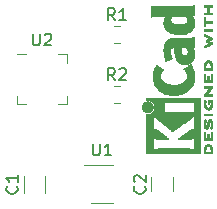
<source format=gbr>
%TF.GenerationSoftware,KiCad,Pcbnew,5.1.9+dfsg1-1~bpo10+1*%
%TF.CreationDate,Date%
%TF.ProjectId,test,74657374-2e6b-4696-9361-645f70636258,v2*%
%TF.SameCoordinates,Original*%
%TF.FileFunction,Legend,Top*%
%TF.FilePolarity,Positive*%
%FSLAX46Y46*%
G04 Gerber Fmt 4.6, Leading zero omitted, Abs format (unit mm)*
G04 Created by KiCad*
%MOMM*%
%LPD*%
G01*
G04 APERTURE LIST*
%ADD10C,0.120000*%
%ADD11C,0.010000*%
%ADD12C,0.150000*%
G04 APERTURE END LIST*
D10*
%TO.C,R2*%
X130551422Y-96445000D02*
X131068578Y-96445000D01*
X130551422Y-97865000D02*
X131068578Y-97865000D01*
%TO.C,R1*%
X130551422Y-91365000D02*
X131068578Y-91365000D01*
X130551422Y-92785000D02*
X131068578Y-92785000D01*
%TO.C,U2*%
X125845000Y-93775000D02*
X126570000Y-93775000D01*
X126570000Y-93775000D02*
X126570000Y-94500000D01*
X123075000Y-97995000D02*
X122350000Y-97995000D01*
X122350000Y-97995000D02*
X122350000Y-97270000D01*
X125845000Y-97995000D02*
X126570000Y-97995000D01*
X126570000Y-97995000D02*
X126570000Y-97270000D01*
X123075000Y-93775000D02*
X122350000Y-93775000D01*
%TO.C,U1*%
X128640000Y-106385000D02*
X130440000Y-106385000D01*
X130440000Y-103165000D02*
X127990000Y-103165000D01*
%TO.C,C2*%
X133710000Y-105377064D02*
X133710000Y-104172936D01*
X135530000Y-105377064D02*
X135530000Y-104172936D01*
D11*
%TO.C,LOGO1*%
G36*
X133379054Y-98831400D02*
G01*
X133492993Y-98820535D01*
X133600616Y-98788918D01*
X133699615Y-98738015D01*
X133787684Y-98669293D01*
X133862516Y-98584219D01*
X133920384Y-98487232D01*
X133960005Y-98380964D01*
X133978573Y-98273950D01*
X133977434Y-98168300D01*
X133957930Y-98066125D01*
X133921406Y-97969534D01*
X133869205Y-97880638D01*
X133802673Y-97801546D01*
X133723152Y-97734369D01*
X133631987Y-97681217D01*
X133530523Y-97644199D01*
X133420102Y-97625427D01*
X133370206Y-97623489D01*
X133282267Y-97623489D01*
X133282267Y-97571560D01*
X133285111Y-97535253D01*
X133296911Y-97508355D01*
X133320649Y-97481249D01*
X133359031Y-97442867D01*
X135550602Y-97442867D01*
X135812739Y-97442876D01*
X136053241Y-97442908D01*
X136273048Y-97442972D01*
X136473101Y-97443076D01*
X136654344Y-97443227D01*
X136817716Y-97443434D01*
X136964160Y-97443706D01*
X137094617Y-97444050D01*
X137210029Y-97444474D01*
X137311338Y-97444987D01*
X137399484Y-97445597D01*
X137475410Y-97446312D01*
X137540057Y-97447140D01*
X137594367Y-97448089D01*
X137639280Y-97449167D01*
X137675740Y-97450383D01*
X137704687Y-97451745D01*
X137727063Y-97453261D01*
X137743809Y-97454938D01*
X137755868Y-97456786D01*
X137764180Y-97458813D01*
X137769687Y-97461025D01*
X137771537Y-97462108D01*
X137778549Y-97466271D01*
X137784996Y-97469805D01*
X137790900Y-97473635D01*
X137796286Y-97478682D01*
X137801178Y-97485871D01*
X137805598Y-97496123D01*
X137809572Y-97510364D01*
X137813121Y-97529514D01*
X137816270Y-97554499D01*
X137819042Y-97586240D01*
X137821461Y-97625662D01*
X137823551Y-97673686D01*
X137825335Y-97731237D01*
X137826837Y-97799237D01*
X137828080Y-97878610D01*
X137829089Y-97970279D01*
X137829885Y-98075166D01*
X137830494Y-98194196D01*
X137830939Y-98328290D01*
X137831243Y-98478373D01*
X137831430Y-98645367D01*
X137831524Y-98830196D01*
X137831548Y-99033783D01*
X137831525Y-99257050D01*
X137831480Y-99500922D01*
X137831437Y-99766321D01*
X137831432Y-99804704D01*
X137831389Y-100071682D01*
X137831318Y-100317002D01*
X137831213Y-100541583D01*
X137831066Y-100746345D01*
X137830869Y-100932206D01*
X137830616Y-101100088D01*
X137830300Y-101250908D01*
X137829913Y-101385587D01*
X137829447Y-101505044D01*
X137828897Y-101610199D01*
X137828253Y-101701971D01*
X137827511Y-101781279D01*
X137826661Y-101849043D01*
X137825697Y-101906182D01*
X137824611Y-101953617D01*
X137823397Y-101992266D01*
X137822047Y-102023049D01*
X137820555Y-102046885D01*
X137818911Y-102064694D01*
X137817111Y-102077395D01*
X137815145Y-102085908D01*
X137813477Y-102090266D01*
X137809906Y-102098728D01*
X137807270Y-102106497D01*
X137804634Y-102113602D01*
X137801062Y-102120073D01*
X137795621Y-102125939D01*
X137787375Y-102131229D01*
X137775390Y-102135974D01*
X137758731Y-102140202D01*
X137736463Y-102143943D01*
X137707652Y-102147227D01*
X137671363Y-102150083D01*
X137626661Y-102152540D01*
X137572611Y-102154629D01*
X137508279Y-102156378D01*
X137432730Y-102157817D01*
X137345030Y-102158976D01*
X137244243Y-102159883D01*
X137129434Y-102160569D01*
X136999670Y-102161063D01*
X136854015Y-102161395D01*
X136691535Y-102161593D01*
X136511295Y-102161687D01*
X136312360Y-102161708D01*
X136093796Y-102161685D01*
X135854668Y-102161646D01*
X135594040Y-102161622D01*
X135551889Y-102161622D01*
X135288992Y-102161636D01*
X135047732Y-102161661D01*
X134827165Y-102161671D01*
X134626352Y-102161642D01*
X134444349Y-102161548D01*
X134280216Y-102161362D01*
X134133011Y-102161059D01*
X134001792Y-102160614D01*
X133891867Y-102160034D01*
X133891867Y-101857197D01*
X133949711Y-101817407D01*
X133965479Y-101806236D01*
X133979441Y-101796166D01*
X133992784Y-101787138D01*
X134006693Y-101779097D01*
X134022356Y-101771986D01*
X134040958Y-101765747D01*
X134063686Y-101760325D01*
X134091727Y-101755662D01*
X134126267Y-101751701D01*
X134168492Y-101748385D01*
X134219589Y-101745659D01*
X134280744Y-101743464D01*
X134353144Y-101741745D01*
X134437975Y-101740444D01*
X134536422Y-101739505D01*
X134649674Y-101738870D01*
X134778916Y-101738484D01*
X134925334Y-101738288D01*
X135090116Y-101738227D01*
X135274447Y-101738243D01*
X135479513Y-101738280D01*
X135602133Y-101738289D01*
X135819082Y-101738265D01*
X136014642Y-101738231D01*
X136189999Y-101738243D01*
X136346341Y-101738358D01*
X136484857Y-101738630D01*
X136606734Y-101739118D01*
X136713160Y-101739876D01*
X136805322Y-101740962D01*
X136884409Y-101742431D01*
X136951608Y-101744340D01*
X137008107Y-101746744D01*
X137055093Y-101749701D01*
X137093755Y-101753266D01*
X137125280Y-101757495D01*
X137150855Y-101762446D01*
X137171670Y-101768173D01*
X137188911Y-101774733D01*
X137203765Y-101782183D01*
X137217422Y-101790579D01*
X137231069Y-101799976D01*
X137245893Y-101810432D01*
X137254783Y-101816523D01*
X137312400Y-101855296D01*
X137312400Y-101323732D01*
X137312365Y-101200483D01*
X137312215Y-101097987D01*
X137311878Y-101014420D01*
X137311286Y-100947956D01*
X137310367Y-100896771D01*
X137309051Y-100859041D01*
X137307269Y-100832940D01*
X137304951Y-100816644D01*
X137302026Y-100808328D01*
X137298424Y-100806168D01*
X137294075Y-100808339D01*
X137292645Y-100809535D01*
X137255573Y-100834685D01*
X137202772Y-100860583D01*
X137140770Y-100884192D01*
X137114357Y-100892461D01*
X137096416Y-100897078D01*
X137075355Y-100900979D01*
X137049089Y-100904248D01*
X137015532Y-100906966D01*
X136972599Y-100909215D01*
X136918204Y-100911077D01*
X136850262Y-100912636D01*
X136766688Y-100913972D01*
X136665395Y-100915169D01*
X136544300Y-100916308D01*
X136499600Y-100916685D01*
X136374449Y-100917702D01*
X136270082Y-100918460D01*
X136184707Y-100918903D01*
X136116533Y-100918970D01*
X136063765Y-100918605D01*
X136024614Y-100917748D01*
X135997285Y-100916341D01*
X135979986Y-100914325D01*
X135970926Y-100911643D01*
X135968312Y-100908236D01*
X135970351Y-100904044D01*
X135974667Y-100899571D01*
X135987602Y-100889216D01*
X136016676Y-100867158D01*
X136059759Y-100834957D01*
X136114718Y-100794174D01*
X136179423Y-100746370D01*
X136251742Y-100693105D01*
X136329544Y-100635940D01*
X136410698Y-100576437D01*
X136493072Y-100516155D01*
X136574536Y-100456655D01*
X136652957Y-100399498D01*
X136726204Y-100346245D01*
X136792147Y-100298457D01*
X136848654Y-100257693D01*
X136893593Y-100225516D01*
X136924834Y-100203485D01*
X136931466Y-100198917D01*
X136968369Y-100175996D01*
X137016359Y-100149188D01*
X137065897Y-100123789D01*
X137072577Y-100120568D01*
X137120772Y-100098890D01*
X137158334Y-100086304D01*
X137194160Y-100080574D01*
X137236200Y-100079456D01*
X137312400Y-100080090D01*
X137312400Y-98925651D01*
X137218669Y-99016815D01*
X137168775Y-99063612D01*
X137112295Y-99113899D01*
X137058026Y-99159944D01*
X137032673Y-99180369D01*
X136993128Y-99210807D01*
X136939916Y-99250862D01*
X136874667Y-99299361D01*
X136799011Y-99355135D01*
X136714577Y-99417011D01*
X136622994Y-99483819D01*
X136525892Y-99554387D01*
X136424901Y-99627545D01*
X136321650Y-99702121D01*
X136217768Y-99776944D01*
X136114885Y-99850843D01*
X136014631Y-99922646D01*
X135918636Y-99991184D01*
X135828527Y-100055284D01*
X135745936Y-100113775D01*
X135672492Y-100165486D01*
X135609824Y-100209247D01*
X135559561Y-100243885D01*
X135523334Y-100268230D01*
X135502771Y-100281111D01*
X135498668Y-100282869D01*
X135487342Y-100274910D01*
X135460162Y-100254115D01*
X135418829Y-100221847D01*
X135365044Y-100179470D01*
X135300506Y-100128347D01*
X135226918Y-100069841D01*
X135145978Y-100005314D01*
X135059388Y-99936131D01*
X134968848Y-99863653D01*
X134876060Y-99789246D01*
X134801702Y-99729517D01*
X134801702Y-98718511D01*
X134814659Y-98712602D01*
X134836908Y-98698272D01*
X134838391Y-98697225D01*
X134868544Y-98678438D01*
X134905375Y-98658791D01*
X134913511Y-98654892D01*
X134921940Y-98651356D01*
X134932059Y-98648230D01*
X134945260Y-98645486D01*
X134962938Y-98643092D01*
X134986484Y-98641019D01*
X135017293Y-98639235D01*
X135056757Y-98637712D01*
X135106269Y-98636419D01*
X135167223Y-98635326D01*
X135241011Y-98634403D01*
X135329028Y-98633619D01*
X135432665Y-98632945D01*
X135553316Y-98632350D01*
X135692374Y-98631805D01*
X135851232Y-98631279D01*
X136030089Y-98630745D01*
X136215207Y-98630206D01*
X136379145Y-98629772D01*
X136523303Y-98629509D01*
X136649079Y-98629484D01*
X136757871Y-98629765D01*
X136851077Y-98630419D01*
X136930097Y-98631514D01*
X136996328Y-98633118D01*
X137051170Y-98635297D01*
X137096021Y-98638119D01*
X137132278Y-98641651D01*
X137161341Y-98645961D01*
X137184609Y-98651117D01*
X137203479Y-98657185D01*
X137219351Y-98664233D01*
X137233622Y-98672329D01*
X137247691Y-98681540D01*
X137260158Y-98690040D01*
X137286452Y-98707176D01*
X137304037Y-98717322D01*
X137307257Y-98718511D01*
X137308334Y-98707604D01*
X137309335Y-98676411D01*
X137310235Y-98627223D01*
X137311010Y-98562333D01*
X137311637Y-98484030D01*
X137312091Y-98394607D01*
X137312349Y-98296356D01*
X137312400Y-98227445D01*
X137312180Y-98122452D01*
X137311548Y-98025610D01*
X137310549Y-97939107D01*
X137309227Y-97865132D01*
X137307626Y-97805874D01*
X137305791Y-97763520D01*
X137303765Y-97740260D01*
X137302493Y-97736378D01*
X137287591Y-97744076D01*
X137279560Y-97752074D01*
X137262434Y-97765246D01*
X137232183Y-97782485D01*
X137207622Y-97794407D01*
X137148711Y-97821045D01*
X135971845Y-97824120D01*
X134794978Y-97827195D01*
X134794978Y-98272853D01*
X134795142Y-98370670D01*
X134795611Y-98461064D01*
X134796347Y-98541630D01*
X134797316Y-98609962D01*
X134798480Y-98663656D01*
X134799803Y-98700305D01*
X134801249Y-98717504D01*
X134801702Y-98718511D01*
X134801702Y-99729517D01*
X134782722Y-99714270D01*
X134690537Y-99640090D01*
X134601204Y-99568069D01*
X134516424Y-99499569D01*
X134437898Y-99435955D01*
X134367326Y-99378588D01*
X134306409Y-99328833D01*
X134256847Y-99288052D01*
X134236178Y-99270888D01*
X134135516Y-99184596D01*
X134052259Y-99107997D01*
X133984438Y-99039183D01*
X133930089Y-98976248D01*
X133922722Y-98966867D01*
X133892117Y-98927356D01*
X133891867Y-100059116D01*
X133939844Y-100053827D01*
X133997188Y-100057130D01*
X134065463Y-100078661D01*
X134145212Y-100118635D01*
X134217495Y-100163943D01*
X134240140Y-100180161D01*
X134277696Y-100208214D01*
X134328021Y-100246430D01*
X134388973Y-100293137D01*
X134458411Y-100346661D01*
X134534194Y-100405331D01*
X134614180Y-100467475D01*
X134696228Y-100531421D01*
X134778196Y-100595495D01*
X134857943Y-100658027D01*
X134933327Y-100717343D01*
X135002207Y-100771771D01*
X135062442Y-100819639D01*
X135111889Y-100859275D01*
X135148408Y-100889006D01*
X135169858Y-100907161D01*
X135173156Y-100910220D01*
X135165149Y-100913079D01*
X135134855Y-100915293D01*
X135082556Y-100916857D01*
X135008531Y-100917767D01*
X134913063Y-100918020D01*
X134796434Y-100917613D01*
X134676445Y-100916704D01*
X134544333Y-100915382D01*
X134432594Y-100913857D01*
X134339025Y-100911881D01*
X134261419Y-100909206D01*
X134197574Y-100905582D01*
X134145283Y-100900761D01*
X134102344Y-100894494D01*
X134066551Y-100886532D01*
X134035700Y-100876627D01*
X134007586Y-100864531D01*
X133980005Y-100849993D01*
X133954966Y-100835311D01*
X133891867Y-100797314D01*
X133891867Y-101857197D01*
X133891867Y-102160034D01*
X133885617Y-102160001D01*
X133783544Y-102159195D01*
X133694633Y-102158170D01*
X133617941Y-102156900D01*
X133552527Y-102155360D01*
X133497449Y-102153524D01*
X133451765Y-102151367D01*
X133414534Y-102148863D01*
X133384813Y-102145987D01*
X133361662Y-102142713D01*
X133344139Y-102139015D01*
X133331301Y-102134869D01*
X133322208Y-102130247D01*
X133315918Y-102125126D01*
X133311488Y-102119478D01*
X133307978Y-102113279D01*
X133304445Y-102106504D01*
X133300876Y-102100508D01*
X133298300Y-102095275D01*
X133295972Y-102087099D01*
X133293878Y-102074886D01*
X133292007Y-102057541D01*
X133290347Y-102033969D01*
X133288884Y-102003077D01*
X133287608Y-101963768D01*
X133286504Y-101914950D01*
X133285561Y-101855527D01*
X133284767Y-101784404D01*
X133284109Y-101700488D01*
X133283575Y-101602683D01*
X133283153Y-101489894D01*
X133282829Y-101361029D01*
X133282592Y-101214991D01*
X133282430Y-101050686D01*
X133282330Y-100867020D01*
X133282280Y-100662897D01*
X133282267Y-100451753D01*
X133282267Y-98831400D01*
X133379054Y-98831400D01*
G37*
X133379054Y-98831400D02*
X133492993Y-98820535D01*
X133600616Y-98788918D01*
X133699615Y-98738015D01*
X133787684Y-98669293D01*
X133862516Y-98584219D01*
X133920384Y-98487232D01*
X133960005Y-98380964D01*
X133978573Y-98273950D01*
X133977434Y-98168300D01*
X133957930Y-98066125D01*
X133921406Y-97969534D01*
X133869205Y-97880638D01*
X133802673Y-97801546D01*
X133723152Y-97734369D01*
X133631987Y-97681217D01*
X133530523Y-97644199D01*
X133420102Y-97625427D01*
X133370206Y-97623489D01*
X133282267Y-97623489D01*
X133282267Y-97571560D01*
X133285111Y-97535253D01*
X133296911Y-97508355D01*
X133320649Y-97481249D01*
X133359031Y-97442867D01*
X135550602Y-97442867D01*
X135812739Y-97442876D01*
X136053241Y-97442908D01*
X136273048Y-97442972D01*
X136473101Y-97443076D01*
X136654344Y-97443227D01*
X136817716Y-97443434D01*
X136964160Y-97443706D01*
X137094617Y-97444050D01*
X137210029Y-97444474D01*
X137311338Y-97444987D01*
X137399484Y-97445597D01*
X137475410Y-97446312D01*
X137540057Y-97447140D01*
X137594367Y-97448089D01*
X137639280Y-97449167D01*
X137675740Y-97450383D01*
X137704687Y-97451745D01*
X137727063Y-97453261D01*
X137743809Y-97454938D01*
X137755868Y-97456786D01*
X137764180Y-97458813D01*
X137769687Y-97461025D01*
X137771537Y-97462108D01*
X137778549Y-97466271D01*
X137784996Y-97469805D01*
X137790900Y-97473635D01*
X137796286Y-97478682D01*
X137801178Y-97485871D01*
X137805598Y-97496123D01*
X137809572Y-97510364D01*
X137813121Y-97529514D01*
X137816270Y-97554499D01*
X137819042Y-97586240D01*
X137821461Y-97625662D01*
X137823551Y-97673686D01*
X137825335Y-97731237D01*
X137826837Y-97799237D01*
X137828080Y-97878610D01*
X137829089Y-97970279D01*
X137829885Y-98075166D01*
X137830494Y-98194196D01*
X137830939Y-98328290D01*
X137831243Y-98478373D01*
X137831430Y-98645367D01*
X137831524Y-98830196D01*
X137831548Y-99033783D01*
X137831525Y-99257050D01*
X137831480Y-99500922D01*
X137831437Y-99766321D01*
X137831432Y-99804704D01*
X137831389Y-100071682D01*
X137831318Y-100317002D01*
X137831213Y-100541583D01*
X137831066Y-100746345D01*
X137830869Y-100932206D01*
X137830616Y-101100088D01*
X137830300Y-101250908D01*
X137829913Y-101385587D01*
X137829447Y-101505044D01*
X137828897Y-101610199D01*
X137828253Y-101701971D01*
X137827511Y-101781279D01*
X137826661Y-101849043D01*
X137825697Y-101906182D01*
X137824611Y-101953617D01*
X137823397Y-101992266D01*
X137822047Y-102023049D01*
X137820555Y-102046885D01*
X137818911Y-102064694D01*
X137817111Y-102077395D01*
X137815145Y-102085908D01*
X137813477Y-102090266D01*
X137809906Y-102098728D01*
X137807270Y-102106497D01*
X137804634Y-102113602D01*
X137801062Y-102120073D01*
X137795621Y-102125939D01*
X137787375Y-102131229D01*
X137775390Y-102135974D01*
X137758731Y-102140202D01*
X137736463Y-102143943D01*
X137707652Y-102147227D01*
X137671363Y-102150083D01*
X137626661Y-102152540D01*
X137572611Y-102154629D01*
X137508279Y-102156378D01*
X137432730Y-102157817D01*
X137345030Y-102158976D01*
X137244243Y-102159883D01*
X137129434Y-102160569D01*
X136999670Y-102161063D01*
X136854015Y-102161395D01*
X136691535Y-102161593D01*
X136511295Y-102161687D01*
X136312360Y-102161708D01*
X136093796Y-102161685D01*
X135854668Y-102161646D01*
X135594040Y-102161622D01*
X135551889Y-102161622D01*
X135288992Y-102161636D01*
X135047732Y-102161661D01*
X134827165Y-102161671D01*
X134626352Y-102161642D01*
X134444349Y-102161548D01*
X134280216Y-102161362D01*
X134133011Y-102161059D01*
X134001792Y-102160614D01*
X133891867Y-102160034D01*
X133891867Y-101857197D01*
X133949711Y-101817407D01*
X133965479Y-101806236D01*
X133979441Y-101796166D01*
X133992784Y-101787138D01*
X134006693Y-101779097D01*
X134022356Y-101771986D01*
X134040958Y-101765747D01*
X134063686Y-101760325D01*
X134091727Y-101755662D01*
X134126267Y-101751701D01*
X134168492Y-101748385D01*
X134219589Y-101745659D01*
X134280744Y-101743464D01*
X134353144Y-101741745D01*
X134437975Y-101740444D01*
X134536422Y-101739505D01*
X134649674Y-101738870D01*
X134778916Y-101738484D01*
X134925334Y-101738288D01*
X135090116Y-101738227D01*
X135274447Y-101738243D01*
X135479513Y-101738280D01*
X135602133Y-101738289D01*
X135819082Y-101738265D01*
X136014642Y-101738231D01*
X136189999Y-101738243D01*
X136346341Y-101738358D01*
X136484857Y-101738630D01*
X136606734Y-101739118D01*
X136713160Y-101739876D01*
X136805322Y-101740962D01*
X136884409Y-101742431D01*
X136951608Y-101744340D01*
X137008107Y-101746744D01*
X137055093Y-101749701D01*
X137093755Y-101753266D01*
X137125280Y-101757495D01*
X137150855Y-101762446D01*
X137171670Y-101768173D01*
X137188911Y-101774733D01*
X137203765Y-101782183D01*
X137217422Y-101790579D01*
X137231069Y-101799976D01*
X137245893Y-101810432D01*
X137254783Y-101816523D01*
X137312400Y-101855296D01*
X137312400Y-101323732D01*
X137312365Y-101200483D01*
X137312215Y-101097987D01*
X137311878Y-101014420D01*
X137311286Y-100947956D01*
X137310367Y-100896771D01*
X137309051Y-100859041D01*
X137307269Y-100832940D01*
X137304951Y-100816644D01*
X137302026Y-100808328D01*
X137298424Y-100806168D01*
X137294075Y-100808339D01*
X137292645Y-100809535D01*
X137255573Y-100834685D01*
X137202772Y-100860583D01*
X137140770Y-100884192D01*
X137114357Y-100892461D01*
X137096416Y-100897078D01*
X137075355Y-100900979D01*
X137049089Y-100904248D01*
X137015532Y-100906966D01*
X136972599Y-100909215D01*
X136918204Y-100911077D01*
X136850262Y-100912636D01*
X136766688Y-100913972D01*
X136665395Y-100915169D01*
X136544300Y-100916308D01*
X136499600Y-100916685D01*
X136374449Y-100917702D01*
X136270082Y-100918460D01*
X136184707Y-100918903D01*
X136116533Y-100918970D01*
X136063765Y-100918605D01*
X136024614Y-100917748D01*
X135997285Y-100916341D01*
X135979986Y-100914325D01*
X135970926Y-100911643D01*
X135968312Y-100908236D01*
X135970351Y-100904044D01*
X135974667Y-100899571D01*
X135987602Y-100889216D01*
X136016676Y-100867158D01*
X136059759Y-100834957D01*
X136114718Y-100794174D01*
X136179423Y-100746370D01*
X136251742Y-100693105D01*
X136329544Y-100635940D01*
X136410698Y-100576437D01*
X136493072Y-100516155D01*
X136574536Y-100456655D01*
X136652957Y-100399498D01*
X136726204Y-100346245D01*
X136792147Y-100298457D01*
X136848654Y-100257693D01*
X136893593Y-100225516D01*
X136924834Y-100203485D01*
X136931466Y-100198917D01*
X136968369Y-100175996D01*
X137016359Y-100149188D01*
X137065897Y-100123789D01*
X137072577Y-100120568D01*
X137120772Y-100098890D01*
X137158334Y-100086304D01*
X137194160Y-100080574D01*
X137236200Y-100079456D01*
X137312400Y-100080090D01*
X137312400Y-98925651D01*
X137218669Y-99016815D01*
X137168775Y-99063612D01*
X137112295Y-99113899D01*
X137058026Y-99159944D01*
X137032673Y-99180369D01*
X136993128Y-99210807D01*
X136939916Y-99250862D01*
X136874667Y-99299361D01*
X136799011Y-99355135D01*
X136714577Y-99417011D01*
X136622994Y-99483819D01*
X136525892Y-99554387D01*
X136424901Y-99627545D01*
X136321650Y-99702121D01*
X136217768Y-99776944D01*
X136114885Y-99850843D01*
X136014631Y-99922646D01*
X135918636Y-99991184D01*
X135828527Y-100055284D01*
X135745936Y-100113775D01*
X135672492Y-100165486D01*
X135609824Y-100209247D01*
X135559561Y-100243885D01*
X135523334Y-100268230D01*
X135502771Y-100281111D01*
X135498668Y-100282869D01*
X135487342Y-100274910D01*
X135460162Y-100254115D01*
X135418829Y-100221847D01*
X135365044Y-100179470D01*
X135300506Y-100128347D01*
X135226918Y-100069841D01*
X135145978Y-100005314D01*
X135059388Y-99936131D01*
X134968848Y-99863653D01*
X134876060Y-99789246D01*
X134801702Y-99729517D01*
X134801702Y-98718511D01*
X134814659Y-98712602D01*
X134836908Y-98698272D01*
X134838391Y-98697225D01*
X134868544Y-98678438D01*
X134905375Y-98658791D01*
X134913511Y-98654892D01*
X134921940Y-98651356D01*
X134932059Y-98648230D01*
X134945260Y-98645486D01*
X134962938Y-98643092D01*
X134986484Y-98641019D01*
X135017293Y-98639235D01*
X135056757Y-98637712D01*
X135106269Y-98636419D01*
X135167223Y-98635326D01*
X135241011Y-98634403D01*
X135329028Y-98633619D01*
X135432665Y-98632945D01*
X135553316Y-98632350D01*
X135692374Y-98631805D01*
X135851232Y-98631279D01*
X136030089Y-98630745D01*
X136215207Y-98630206D01*
X136379145Y-98629772D01*
X136523303Y-98629509D01*
X136649079Y-98629484D01*
X136757871Y-98629765D01*
X136851077Y-98630419D01*
X136930097Y-98631514D01*
X136996328Y-98633118D01*
X137051170Y-98635297D01*
X137096021Y-98638119D01*
X137132278Y-98641651D01*
X137161341Y-98645961D01*
X137184609Y-98651117D01*
X137203479Y-98657185D01*
X137219351Y-98664233D01*
X137233622Y-98672329D01*
X137247691Y-98681540D01*
X137260158Y-98690040D01*
X137286452Y-98707176D01*
X137304037Y-98717322D01*
X137307257Y-98718511D01*
X137308334Y-98707604D01*
X137309335Y-98676411D01*
X137310235Y-98627223D01*
X137311010Y-98562333D01*
X137311637Y-98484030D01*
X137312091Y-98394607D01*
X137312349Y-98296356D01*
X137312400Y-98227445D01*
X137312180Y-98122452D01*
X137311548Y-98025610D01*
X137310549Y-97939107D01*
X137309227Y-97865132D01*
X137307626Y-97805874D01*
X137305791Y-97763520D01*
X137303765Y-97740260D01*
X137302493Y-97736378D01*
X137287591Y-97744076D01*
X137279560Y-97752074D01*
X137262434Y-97765246D01*
X137232183Y-97782485D01*
X137207622Y-97794407D01*
X137148711Y-97821045D01*
X135971845Y-97824120D01*
X134794978Y-97827195D01*
X134794978Y-98272853D01*
X134795142Y-98370670D01*
X134795611Y-98461064D01*
X134796347Y-98541630D01*
X134797316Y-98609962D01*
X134798480Y-98663656D01*
X134799803Y-98700305D01*
X134801249Y-98717504D01*
X134801702Y-98718511D01*
X134801702Y-99729517D01*
X134782722Y-99714270D01*
X134690537Y-99640090D01*
X134601204Y-99568069D01*
X134516424Y-99499569D01*
X134437898Y-99435955D01*
X134367326Y-99378588D01*
X134306409Y-99328833D01*
X134256847Y-99288052D01*
X134236178Y-99270888D01*
X134135516Y-99184596D01*
X134052259Y-99107997D01*
X133984438Y-99039183D01*
X133930089Y-98976248D01*
X133922722Y-98966867D01*
X133892117Y-98927356D01*
X133891867Y-100059116D01*
X133939844Y-100053827D01*
X133997188Y-100057130D01*
X134065463Y-100078661D01*
X134145212Y-100118635D01*
X134217495Y-100163943D01*
X134240140Y-100180161D01*
X134277696Y-100208214D01*
X134328021Y-100246430D01*
X134388973Y-100293137D01*
X134458411Y-100346661D01*
X134534194Y-100405331D01*
X134614180Y-100467475D01*
X134696228Y-100531421D01*
X134778196Y-100595495D01*
X134857943Y-100658027D01*
X134933327Y-100717343D01*
X135002207Y-100771771D01*
X135062442Y-100819639D01*
X135111889Y-100859275D01*
X135148408Y-100889006D01*
X135169858Y-100907161D01*
X135173156Y-100910220D01*
X135165149Y-100913079D01*
X135134855Y-100915293D01*
X135082556Y-100916857D01*
X135008531Y-100917767D01*
X134913063Y-100918020D01*
X134796434Y-100917613D01*
X134676445Y-100916704D01*
X134544333Y-100915382D01*
X134432594Y-100913857D01*
X134339025Y-100911881D01*
X134261419Y-100909206D01*
X134197574Y-100905582D01*
X134145283Y-100900761D01*
X134102344Y-100894494D01*
X134066551Y-100886532D01*
X134035700Y-100876627D01*
X134007586Y-100864531D01*
X133980005Y-100849993D01*
X133954966Y-100835311D01*
X133891867Y-100797314D01*
X133891867Y-101857197D01*
X133891867Y-102160034D01*
X133885617Y-102160001D01*
X133783544Y-102159195D01*
X133694633Y-102158170D01*
X133617941Y-102156900D01*
X133552527Y-102155360D01*
X133497449Y-102153524D01*
X133451765Y-102151367D01*
X133414534Y-102148863D01*
X133384813Y-102145987D01*
X133361662Y-102142713D01*
X133344139Y-102139015D01*
X133331301Y-102134869D01*
X133322208Y-102130247D01*
X133315918Y-102125126D01*
X133311488Y-102119478D01*
X133307978Y-102113279D01*
X133304445Y-102106504D01*
X133300876Y-102100508D01*
X133298300Y-102095275D01*
X133295972Y-102087099D01*
X133293878Y-102074886D01*
X133292007Y-102057541D01*
X133290347Y-102033969D01*
X133288884Y-102003077D01*
X133287608Y-101963768D01*
X133286504Y-101914950D01*
X133285561Y-101855527D01*
X133284767Y-101784404D01*
X133284109Y-101700488D01*
X133283575Y-101602683D01*
X133283153Y-101489894D01*
X133282829Y-101361029D01*
X133282592Y-101214991D01*
X133282430Y-101050686D01*
X133282330Y-100867020D01*
X133282280Y-100662897D01*
X133282267Y-100451753D01*
X133282267Y-98831400D01*
X133379054Y-98831400D01*
G36*
X133839071Y-95556571D02*
G01*
X133860245Y-95396430D01*
X133900385Y-95232490D01*
X133959889Y-95062687D01*
X134039154Y-94884957D01*
X134044699Y-94873690D01*
X134072725Y-94815995D01*
X134096802Y-94764448D01*
X134115249Y-94722809D01*
X134126386Y-94694838D01*
X134128933Y-94685267D01*
X134133941Y-94666050D01*
X134138147Y-94661439D01*
X134148580Y-94666542D01*
X134174868Y-94682582D01*
X134214257Y-94707712D01*
X134263991Y-94740086D01*
X134321315Y-94777857D01*
X134383476Y-94819178D01*
X134447718Y-94862202D01*
X134511285Y-94905083D01*
X134571425Y-94945974D01*
X134625380Y-94983029D01*
X134670397Y-95014400D01*
X134703721Y-95038241D01*
X134722597Y-95052706D01*
X134724787Y-95054691D01*
X134720138Y-95064809D01*
X134702962Y-95087150D01*
X134676440Y-95117720D01*
X134661964Y-95133464D01*
X134586682Y-95229953D01*
X134531241Y-95336664D01*
X134496141Y-95452168D01*
X134481880Y-95575038D01*
X134483051Y-95644439D01*
X134500212Y-95765577D01*
X134536094Y-95874795D01*
X134590959Y-95972418D01*
X134665070Y-96058772D01*
X134758688Y-96134185D01*
X134872076Y-96198982D01*
X134958667Y-96236399D01*
X135094366Y-96280252D01*
X135241850Y-96312572D01*
X135397314Y-96333443D01*
X135556956Y-96342949D01*
X135716973Y-96341173D01*
X135873561Y-96328197D01*
X136022918Y-96304106D01*
X136161240Y-96268982D01*
X136284724Y-96222908D01*
X136318978Y-96206627D01*
X136433064Y-96138380D01*
X136529557Y-96057921D01*
X136607670Y-95966430D01*
X136666617Y-95865089D01*
X136705612Y-95755080D01*
X136723868Y-95637585D01*
X136725211Y-95596117D01*
X136714290Y-95474559D01*
X136681474Y-95354122D01*
X136627439Y-95236334D01*
X136552865Y-95122723D01*
X136474539Y-95031315D01*
X136430008Y-94984785D01*
X136727271Y-94803517D01*
X136801433Y-94758420D01*
X136869646Y-94717181D01*
X136929459Y-94681265D01*
X136978420Y-94652134D01*
X137014079Y-94631250D01*
X137033984Y-94620076D01*
X137037079Y-94618625D01*
X137046718Y-94626854D01*
X137063999Y-94652433D01*
X137087283Y-94692127D01*
X137114934Y-94742703D01*
X137145315Y-94800926D01*
X137176790Y-94863563D01*
X137207722Y-94927379D01*
X137236473Y-94989140D01*
X137261408Y-95045612D01*
X137280889Y-95093562D01*
X137289318Y-95117014D01*
X137327133Y-95250779D01*
X137352136Y-95388673D01*
X137365140Y-95536378D01*
X137367468Y-95663167D01*
X137366373Y-95731122D01*
X137364275Y-95796723D01*
X137361434Y-95854153D01*
X137358106Y-95897597D01*
X137356422Y-95911702D01*
X137327587Y-96050716D01*
X137282468Y-96192243D01*
X137223750Y-96329725D01*
X137154120Y-96456606D01*
X137101441Y-96534111D01*
X136993239Y-96661519D01*
X136866671Y-96779822D01*
X136724866Y-96886828D01*
X136570951Y-96980348D01*
X136408053Y-97058190D01*
X136290756Y-97102044D01*
X136107128Y-97152292D01*
X135912581Y-97185791D01*
X135711325Y-97202551D01*
X135507568Y-97202584D01*
X135305521Y-97185899D01*
X135109392Y-97152507D01*
X134923391Y-97102420D01*
X134911803Y-97098603D01*
X134749750Y-97035719D01*
X134601832Y-96958972D01*
X134463865Y-96865758D01*
X134331661Y-96753473D01*
X134286399Y-96709608D01*
X134162457Y-96573466D01*
X134059915Y-96433509D01*
X133977656Y-96287589D01*
X133914564Y-96133558D01*
X133869523Y-95969268D01*
X133852033Y-95873711D01*
X133836466Y-95714977D01*
X133839071Y-95556571D01*
G37*
X133839071Y-95556571D02*
X133860245Y-95396430D01*
X133900385Y-95232490D01*
X133959889Y-95062687D01*
X134039154Y-94884957D01*
X134044699Y-94873690D01*
X134072725Y-94815995D01*
X134096802Y-94764448D01*
X134115249Y-94722809D01*
X134126386Y-94694838D01*
X134128933Y-94685267D01*
X134133941Y-94666050D01*
X134138147Y-94661439D01*
X134148580Y-94666542D01*
X134174868Y-94682582D01*
X134214257Y-94707712D01*
X134263991Y-94740086D01*
X134321315Y-94777857D01*
X134383476Y-94819178D01*
X134447718Y-94862202D01*
X134511285Y-94905083D01*
X134571425Y-94945974D01*
X134625380Y-94983029D01*
X134670397Y-95014400D01*
X134703721Y-95038241D01*
X134722597Y-95052706D01*
X134724787Y-95054691D01*
X134720138Y-95064809D01*
X134702962Y-95087150D01*
X134676440Y-95117720D01*
X134661964Y-95133464D01*
X134586682Y-95229953D01*
X134531241Y-95336664D01*
X134496141Y-95452168D01*
X134481880Y-95575038D01*
X134483051Y-95644439D01*
X134500212Y-95765577D01*
X134536094Y-95874795D01*
X134590959Y-95972418D01*
X134665070Y-96058772D01*
X134758688Y-96134185D01*
X134872076Y-96198982D01*
X134958667Y-96236399D01*
X135094366Y-96280252D01*
X135241850Y-96312572D01*
X135397314Y-96333443D01*
X135556956Y-96342949D01*
X135716973Y-96341173D01*
X135873561Y-96328197D01*
X136022918Y-96304106D01*
X136161240Y-96268982D01*
X136284724Y-96222908D01*
X136318978Y-96206627D01*
X136433064Y-96138380D01*
X136529557Y-96057921D01*
X136607670Y-95966430D01*
X136666617Y-95865089D01*
X136705612Y-95755080D01*
X136723868Y-95637585D01*
X136725211Y-95596117D01*
X136714290Y-95474559D01*
X136681474Y-95354122D01*
X136627439Y-95236334D01*
X136552865Y-95122723D01*
X136474539Y-95031315D01*
X136430008Y-94984785D01*
X136727271Y-94803517D01*
X136801433Y-94758420D01*
X136869646Y-94717181D01*
X136929459Y-94681265D01*
X136978420Y-94652134D01*
X137014079Y-94631250D01*
X137033984Y-94620076D01*
X137037079Y-94618625D01*
X137046718Y-94626854D01*
X137063999Y-94652433D01*
X137087283Y-94692127D01*
X137114934Y-94742703D01*
X137145315Y-94800926D01*
X137176790Y-94863563D01*
X137207722Y-94927379D01*
X137236473Y-94989140D01*
X137261408Y-95045612D01*
X137280889Y-95093562D01*
X137289318Y-95117014D01*
X137327133Y-95250779D01*
X137352136Y-95388673D01*
X137365140Y-95536378D01*
X137367468Y-95663167D01*
X137366373Y-95731122D01*
X137364275Y-95796723D01*
X137361434Y-95854153D01*
X137358106Y-95897597D01*
X137356422Y-95911702D01*
X137327587Y-96050716D01*
X137282468Y-96192243D01*
X137223750Y-96329725D01*
X137154120Y-96456606D01*
X137101441Y-96534111D01*
X136993239Y-96661519D01*
X136866671Y-96779822D01*
X136724866Y-96886828D01*
X136570951Y-96980348D01*
X136408053Y-97058190D01*
X136290756Y-97102044D01*
X136107128Y-97152292D01*
X135912581Y-97185791D01*
X135711325Y-97202551D01*
X135507568Y-97202584D01*
X135305521Y-97185899D01*
X135109392Y-97152507D01*
X134923391Y-97102420D01*
X134911803Y-97098603D01*
X134749750Y-97035719D01*
X134601832Y-96958972D01*
X134463865Y-96865758D01*
X134331661Y-96753473D01*
X134286399Y-96709608D01*
X134162457Y-96573466D01*
X134059915Y-96433509D01*
X133977656Y-96287589D01*
X133914564Y-96133558D01*
X133869523Y-95969268D01*
X133852033Y-95873711D01*
X133836466Y-95714977D01*
X133839071Y-95556571D01*
G36*
X134756552Y-93211426D02*
G01*
X134776567Y-93059508D01*
X134810202Y-92924244D01*
X134857725Y-92804761D01*
X134919405Y-92700185D01*
X134982965Y-92622576D01*
X135057099Y-92553735D01*
X135136871Y-92499994D01*
X135229091Y-92457090D01*
X135272161Y-92441616D01*
X135311142Y-92428756D01*
X135347289Y-92417554D01*
X135382434Y-92407880D01*
X135418410Y-92399604D01*
X135457050Y-92392597D01*
X135500185Y-92386728D01*
X135549649Y-92381869D01*
X135607273Y-92377890D01*
X135674891Y-92374660D01*
X135754334Y-92372051D01*
X135847436Y-92369933D01*
X135956027Y-92368176D01*
X136081942Y-92366651D01*
X136227012Y-92365228D01*
X136369778Y-92363975D01*
X136525968Y-92362649D01*
X136661239Y-92361444D01*
X136777246Y-92360234D01*
X136875645Y-92358894D01*
X136958093Y-92357300D01*
X137026246Y-92355325D01*
X137081760Y-92352844D01*
X137126292Y-92349731D01*
X137161498Y-92345862D01*
X137189034Y-92341111D01*
X137210556Y-92335352D01*
X137227722Y-92328461D01*
X137242186Y-92320311D01*
X137255606Y-92310777D01*
X137269638Y-92299734D01*
X137275071Y-92295434D01*
X137297910Y-92279614D01*
X137313463Y-92272578D01*
X137313922Y-92272556D01*
X137316121Y-92283433D01*
X137318147Y-92314418D01*
X137319942Y-92363043D01*
X137321451Y-92426837D01*
X137322616Y-92503331D01*
X137323380Y-92590056D01*
X137323686Y-92684543D01*
X137323689Y-92695450D01*
X137323689Y-93118343D01*
X137227622Y-93121605D01*
X137131556Y-93124867D01*
X137182543Y-93186956D01*
X137250057Y-93284286D01*
X137304749Y-93394187D01*
X137334978Y-93480651D01*
X137349666Y-93549722D01*
X137359659Y-93633075D01*
X137364646Y-93722841D01*
X137364313Y-93811155D01*
X137358351Y-93890149D01*
X137352638Y-93926378D01*
X137314776Y-94066397D01*
X137259932Y-94192822D01*
X137188924Y-94304740D01*
X137102568Y-94401238D01*
X137001679Y-94481400D01*
X136887076Y-94544313D01*
X136760984Y-94588688D01*
X136704401Y-94601022D01*
X136642202Y-94608632D01*
X136567363Y-94612261D01*
X136533467Y-94612755D01*
X136530282Y-94612690D01*
X136530282Y-93852752D01*
X136605333Y-93843459D01*
X136669160Y-93815272D01*
X136724798Y-93766803D01*
X136729211Y-93761746D01*
X136764037Y-93713452D01*
X136786620Y-93661743D01*
X136798540Y-93601011D01*
X136801383Y-93525648D01*
X136800978Y-93507541D01*
X136798325Y-93453722D01*
X136792909Y-93413692D01*
X136782745Y-93378676D01*
X136765850Y-93339897D01*
X136760672Y-93329255D01*
X136724844Y-93268604D01*
X136682212Y-93221785D01*
X136666973Y-93209048D01*
X136610462Y-93164378D01*
X136414586Y-93164378D01*
X136335939Y-93164914D01*
X136277988Y-93166604D01*
X136238875Y-93169572D01*
X136216741Y-93173943D01*
X136210274Y-93178028D01*
X136207111Y-93193953D01*
X136204488Y-93227736D01*
X136202655Y-93274660D01*
X136201857Y-93330007D01*
X136201842Y-93338894D01*
X136207096Y-93459670D01*
X136223263Y-93562340D01*
X136250961Y-93648894D01*
X136290808Y-93721319D01*
X136337758Y-93776249D01*
X136395645Y-93820796D01*
X136458693Y-93845520D01*
X136530282Y-93852752D01*
X136530282Y-94612690D01*
X136439712Y-94610822D01*
X136360812Y-94602478D01*
X136289590Y-94586232D01*
X136218864Y-94560595D01*
X136166493Y-94536599D01*
X136071196Y-94477980D01*
X135983170Y-94399883D01*
X135904017Y-94304685D01*
X135835340Y-94194762D01*
X135778741Y-94072490D01*
X135735821Y-93940245D01*
X135720882Y-93875578D01*
X135698777Y-93739396D01*
X135684194Y-93590951D01*
X135677813Y-93439495D01*
X135679445Y-93312936D01*
X135686224Y-93151050D01*
X135627245Y-93158470D01*
X135528092Y-93177762D01*
X135447372Y-93208896D01*
X135384466Y-93252731D01*
X135338756Y-93310129D01*
X135309622Y-93381952D01*
X135296447Y-93469059D01*
X135298611Y-93572314D01*
X135302612Y-93610289D01*
X135327780Y-93751480D01*
X135368814Y-93888293D01*
X135406815Y-93982822D01*
X135426190Y-94027982D01*
X135441760Y-94066415D01*
X135451405Y-94092766D01*
X135453452Y-94100454D01*
X135444374Y-94110198D01*
X135415405Y-94126917D01*
X135366217Y-94150768D01*
X135296484Y-94181907D01*
X135205879Y-94220493D01*
X135190089Y-94227090D01*
X135117772Y-94257147D01*
X135052425Y-94284126D01*
X134996906Y-94306864D01*
X134954072Y-94324194D01*
X134926781Y-94334952D01*
X134917942Y-94338059D01*
X134913187Y-94328060D01*
X134907910Y-94301783D01*
X134904231Y-94273511D01*
X134899474Y-94243354D01*
X134890028Y-94195567D01*
X134876820Y-94134388D01*
X134860776Y-94064054D01*
X134842820Y-93988806D01*
X134835797Y-93960245D01*
X134810209Y-93855184D01*
X134790147Y-93767520D01*
X134774969Y-93692932D01*
X134764035Y-93627097D01*
X134756704Y-93565693D01*
X134752335Y-93504398D01*
X134750287Y-93438890D01*
X134749889Y-93380872D01*
X134756552Y-93211426D01*
G37*
X134756552Y-93211426D02*
X134776567Y-93059508D01*
X134810202Y-92924244D01*
X134857725Y-92804761D01*
X134919405Y-92700185D01*
X134982965Y-92622576D01*
X135057099Y-92553735D01*
X135136871Y-92499994D01*
X135229091Y-92457090D01*
X135272161Y-92441616D01*
X135311142Y-92428756D01*
X135347289Y-92417554D01*
X135382434Y-92407880D01*
X135418410Y-92399604D01*
X135457050Y-92392597D01*
X135500185Y-92386728D01*
X135549649Y-92381869D01*
X135607273Y-92377890D01*
X135674891Y-92374660D01*
X135754334Y-92372051D01*
X135847436Y-92369933D01*
X135956027Y-92368176D01*
X136081942Y-92366651D01*
X136227012Y-92365228D01*
X136369778Y-92363975D01*
X136525968Y-92362649D01*
X136661239Y-92361444D01*
X136777246Y-92360234D01*
X136875645Y-92358894D01*
X136958093Y-92357300D01*
X137026246Y-92355325D01*
X137081760Y-92352844D01*
X137126292Y-92349731D01*
X137161498Y-92345862D01*
X137189034Y-92341111D01*
X137210556Y-92335352D01*
X137227722Y-92328461D01*
X137242186Y-92320311D01*
X137255606Y-92310777D01*
X137269638Y-92299734D01*
X137275071Y-92295434D01*
X137297910Y-92279614D01*
X137313463Y-92272578D01*
X137313922Y-92272556D01*
X137316121Y-92283433D01*
X137318147Y-92314418D01*
X137319942Y-92363043D01*
X137321451Y-92426837D01*
X137322616Y-92503331D01*
X137323380Y-92590056D01*
X137323686Y-92684543D01*
X137323689Y-92695450D01*
X137323689Y-93118343D01*
X137227622Y-93121605D01*
X137131556Y-93124867D01*
X137182543Y-93186956D01*
X137250057Y-93284286D01*
X137304749Y-93394187D01*
X137334978Y-93480651D01*
X137349666Y-93549722D01*
X137359659Y-93633075D01*
X137364646Y-93722841D01*
X137364313Y-93811155D01*
X137358351Y-93890149D01*
X137352638Y-93926378D01*
X137314776Y-94066397D01*
X137259932Y-94192822D01*
X137188924Y-94304740D01*
X137102568Y-94401238D01*
X137001679Y-94481400D01*
X136887076Y-94544313D01*
X136760984Y-94588688D01*
X136704401Y-94601022D01*
X136642202Y-94608632D01*
X136567363Y-94612261D01*
X136533467Y-94612755D01*
X136530282Y-94612690D01*
X136530282Y-93852752D01*
X136605333Y-93843459D01*
X136669160Y-93815272D01*
X136724798Y-93766803D01*
X136729211Y-93761746D01*
X136764037Y-93713452D01*
X136786620Y-93661743D01*
X136798540Y-93601011D01*
X136801383Y-93525648D01*
X136800978Y-93507541D01*
X136798325Y-93453722D01*
X136792909Y-93413692D01*
X136782745Y-93378676D01*
X136765850Y-93339897D01*
X136760672Y-93329255D01*
X136724844Y-93268604D01*
X136682212Y-93221785D01*
X136666973Y-93209048D01*
X136610462Y-93164378D01*
X136414586Y-93164378D01*
X136335939Y-93164914D01*
X136277988Y-93166604D01*
X136238875Y-93169572D01*
X136216741Y-93173943D01*
X136210274Y-93178028D01*
X136207111Y-93193953D01*
X136204488Y-93227736D01*
X136202655Y-93274660D01*
X136201857Y-93330007D01*
X136201842Y-93338894D01*
X136207096Y-93459670D01*
X136223263Y-93562340D01*
X136250961Y-93648894D01*
X136290808Y-93721319D01*
X136337758Y-93776249D01*
X136395645Y-93820796D01*
X136458693Y-93845520D01*
X136530282Y-93852752D01*
X136530282Y-94612690D01*
X136439712Y-94610822D01*
X136360812Y-94602478D01*
X136289590Y-94586232D01*
X136218864Y-94560595D01*
X136166493Y-94536599D01*
X136071196Y-94477980D01*
X135983170Y-94399883D01*
X135904017Y-94304685D01*
X135835340Y-94194762D01*
X135778741Y-94072490D01*
X135735821Y-93940245D01*
X135720882Y-93875578D01*
X135698777Y-93739396D01*
X135684194Y-93590951D01*
X135677813Y-93439495D01*
X135679445Y-93312936D01*
X135686224Y-93151050D01*
X135627245Y-93158470D01*
X135528092Y-93177762D01*
X135447372Y-93208896D01*
X135384466Y-93252731D01*
X135338756Y-93310129D01*
X135309622Y-93381952D01*
X135296447Y-93469059D01*
X135298611Y-93572314D01*
X135302612Y-93610289D01*
X135327780Y-93751480D01*
X135368814Y-93888293D01*
X135406815Y-93982822D01*
X135426190Y-94027982D01*
X135441760Y-94066415D01*
X135451405Y-94092766D01*
X135453452Y-94100454D01*
X135444374Y-94110198D01*
X135415405Y-94126917D01*
X135366217Y-94150768D01*
X135296484Y-94181907D01*
X135205879Y-94220493D01*
X135190089Y-94227090D01*
X135117772Y-94257147D01*
X135052425Y-94284126D01*
X134996906Y-94306864D01*
X134954072Y-94324194D01*
X134926781Y-94334952D01*
X134917942Y-94338059D01*
X134913187Y-94328060D01*
X134907910Y-94301783D01*
X134904231Y-94273511D01*
X134899474Y-94243354D01*
X134890028Y-94195567D01*
X134876820Y-94134388D01*
X134860776Y-94064054D01*
X134842820Y-93988806D01*
X134835797Y-93960245D01*
X134810209Y-93855184D01*
X134790147Y-93767520D01*
X134774969Y-93692932D01*
X134764035Y-93627097D01*
X134756704Y-93565693D01*
X134752335Y-93504398D01*
X134750287Y-93438890D01*
X134749889Y-93380872D01*
X134756552Y-93211426D01*
G36*
X135362245Y-89698493D02*
G01*
X135596662Y-89698474D01*
X135809603Y-89698448D01*
X136002168Y-89698375D01*
X136175459Y-89698218D01*
X136330576Y-89697936D01*
X136468620Y-89697491D01*
X136590692Y-89696844D01*
X136697894Y-89695955D01*
X136791326Y-89694787D01*
X136872090Y-89693299D01*
X136941286Y-89691454D01*
X137000015Y-89689211D01*
X137049379Y-89686531D01*
X137090478Y-89683377D01*
X137124413Y-89679708D01*
X137152286Y-89675487D01*
X137175198Y-89670673D01*
X137194249Y-89665227D01*
X137210540Y-89659112D01*
X137225173Y-89652288D01*
X137239249Y-89644715D01*
X137253868Y-89636355D01*
X137262974Y-89631161D01*
X137323689Y-89596896D01*
X137323689Y-90455045D01*
X137227733Y-90455045D01*
X137184370Y-90455776D01*
X137151205Y-90457728D01*
X137133424Y-90460537D01*
X137131778Y-90461779D01*
X137138662Y-90473201D01*
X137156505Y-90495916D01*
X137175879Y-90518615D01*
X137216614Y-90573200D01*
X137257617Y-90642679D01*
X137295123Y-90719730D01*
X137325364Y-90797035D01*
X137335012Y-90827887D01*
X137349578Y-90896384D01*
X137359539Y-90979236D01*
X137364583Y-91068629D01*
X137364396Y-91156752D01*
X137358666Y-91235793D01*
X137352858Y-91273489D01*
X137314797Y-91411586D01*
X137257073Y-91538887D01*
X137180211Y-91654708D01*
X137084739Y-91758363D01*
X136971179Y-91849167D01*
X136860381Y-91915969D01*
X136743625Y-91970836D01*
X136624276Y-92012837D01*
X136498283Y-92042833D01*
X136361594Y-92061689D01*
X136210158Y-92070268D01*
X136132711Y-92070994D01*
X136075934Y-92068900D01*
X136075934Y-91239783D01*
X136169002Y-91239576D01*
X136256692Y-91236663D01*
X136333772Y-91231000D01*
X136395009Y-91222545D01*
X136407350Y-91219962D01*
X136514633Y-91188160D01*
X136601658Y-91146502D01*
X136668642Y-91094637D01*
X136715805Y-91032219D01*
X136743365Y-90958900D01*
X136751541Y-90874331D01*
X136740551Y-90778165D01*
X136724829Y-90714689D01*
X136706639Y-90665546D01*
X136680791Y-90611417D01*
X136657089Y-90570756D01*
X136610721Y-90500200D01*
X135460530Y-90500200D01*
X135416962Y-90567608D01*
X135376040Y-90646133D01*
X135349389Y-90730319D01*
X135337465Y-90815443D01*
X135340722Y-90896784D01*
X135359615Y-90969620D01*
X135375184Y-91001574D01*
X135418181Y-91059499D01*
X135474953Y-91108456D01*
X135547575Y-91149610D01*
X135638121Y-91184126D01*
X135748666Y-91213167D01*
X135754533Y-91214448D01*
X135816788Y-91224619D01*
X135894594Y-91232261D01*
X135982720Y-91237330D01*
X136075934Y-91239783D01*
X136075934Y-92068900D01*
X135919895Y-92063143D01*
X135724059Y-92041198D01*
X135545332Y-92005214D01*
X135383845Y-91955241D01*
X135239726Y-91891332D01*
X135113106Y-91813538D01*
X135004115Y-91721911D01*
X134912883Y-91616503D01*
X134881932Y-91571338D01*
X134825785Y-91470389D01*
X134786174Y-91367099D01*
X134762014Y-91257011D01*
X134752219Y-91135670D01*
X134753265Y-91043164D01*
X134764231Y-90913510D01*
X134786046Y-90800916D01*
X134819714Y-90702125D01*
X134866236Y-90613879D01*
X134900448Y-90565014D01*
X134922362Y-90535647D01*
X134937333Y-90513957D01*
X134941733Y-90505747D01*
X134930904Y-90504132D01*
X134900251Y-90502841D01*
X134852526Y-90501862D01*
X134790479Y-90501183D01*
X134716862Y-90500790D01*
X134634427Y-90500670D01*
X134545925Y-90500812D01*
X134454107Y-90501203D01*
X134361724Y-90501829D01*
X134271528Y-90502680D01*
X134186271Y-90503740D01*
X134108703Y-90504999D01*
X134041576Y-90506444D01*
X133987641Y-90508062D01*
X133949650Y-90509839D01*
X133942667Y-90510331D01*
X133872251Y-90517908D01*
X133817102Y-90529469D01*
X133769981Y-90547208D01*
X133723647Y-90573318D01*
X133714067Y-90579585D01*
X133677378Y-90604017D01*
X133677378Y-89698689D01*
X135362245Y-89698493D01*
G37*
X135362245Y-89698493D02*
X135596662Y-89698474D01*
X135809603Y-89698448D01*
X136002168Y-89698375D01*
X136175459Y-89698218D01*
X136330576Y-89697936D01*
X136468620Y-89697491D01*
X136590692Y-89696844D01*
X136697894Y-89695955D01*
X136791326Y-89694787D01*
X136872090Y-89693299D01*
X136941286Y-89691454D01*
X137000015Y-89689211D01*
X137049379Y-89686531D01*
X137090478Y-89683377D01*
X137124413Y-89679708D01*
X137152286Y-89675487D01*
X137175198Y-89670673D01*
X137194249Y-89665227D01*
X137210540Y-89659112D01*
X137225173Y-89652288D01*
X137239249Y-89644715D01*
X137253868Y-89636355D01*
X137262974Y-89631161D01*
X137323689Y-89596896D01*
X137323689Y-90455045D01*
X137227733Y-90455045D01*
X137184370Y-90455776D01*
X137151205Y-90457728D01*
X137133424Y-90460537D01*
X137131778Y-90461779D01*
X137138662Y-90473201D01*
X137156505Y-90495916D01*
X137175879Y-90518615D01*
X137216614Y-90573200D01*
X137257617Y-90642679D01*
X137295123Y-90719730D01*
X137325364Y-90797035D01*
X137335012Y-90827887D01*
X137349578Y-90896384D01*
X137359539Y-90979236D01*
X137364583Y-91068629D01*
X137364396Y-91156752D01*
X137358666Y-91235793D01*
X137352858Y-91273489D01*
X137314797Y-91411586D01*
X137257073Y-91538887D01*
X137180211Y-91654708D01*
X137084739Y-91758363D01*
X136971179Y-91849167D01*
X136860381Y-91915969D01*
X136743625Y-91970836D01*
X136624276Y-92012837D01*
X136498283Y-92042833D01*
X136361594Y-92061689D01*
X136210158Y-92070268D01*
X136132711Y-92070994D01*
X136075934Y-92068900D01*
X136075934Y-91239783D01*
X136169002Y-91239576D01*
X136256692Y-91236663D01*
X136333772Y-91231000D01*
X136395009Y-91222545D01*
X136407350Y-91219962D01*
X136514633Y-91188160D01*
X136601658Y-91146502D01*
X136668642Y-91094637D01*
X136715805Y-91032219D01*
X136743365Y-90958900D01*
X136751541Y-90874331D01*
X136740551Y-90778165D01*
X136724829Y-90714689D01*
X136706639Y-90665546D01*
X136680791Y-90611417D01*
X136657089Y-90570756D01*
X136610721Y-90500200D01*
X135460530Y-90500200D01*
X135416962Y-90567608D01*
X135376040Y-90646133D01*
X135349389Y-90730319D01*
X135337465Y-90815443D01*
X135340722Y-90896784D01*
X135359615Y-90969620D01*
X135375184Y-91001574D01*
X135418181Y-91059499D01*
X135474953Y-91108456D01*
X135547575Y-91149610D01*
X135638121Y-91184126D01*
X135748666Y-91213167D01*
X135754533Y-91214448D01*
X135816788Y-91224619D01*
X135894594Y-91232261D01*
X135982720Y-91237330D01*
X136075934Y-91239783D01*
X136075934Y-92068900D01*
X135919895Y-92063143D01*
X135724059Y-92041198D01*
X135545332Y-92005214D01*
X135383845Y-91955241D01*
X135239726Y-91891332D01*
X135113106Y-91813538D01*
X135004115Y-91721911D01*
X134912883Y-91616503D01*
X134881932Y-91571338D01*
X134825785Y-91470389D01*
X134786174Y-91367099D01*
X134762014Y-91257011D01*
X134752219Y-91135670D01*
X134753265Y-91043164D01*
X134764231Y-90913510D01*
X134786046Y-90800916D01*
X134819714Y-90702125D01*
X134866236Y-90613879D01*
X134900448Y-90565014D01*
X134922362Y-90535647D01*
X134937333Y-90513957D01*
X134941733Y-90505747D01*
X134930904Y-90504132D01*
X134900251Y-90502841D01*
X134852526Y-90501862D01*
X134790479Y-90501183D01*
X134716862Y-90500790D01*
X134634427Y-90500670D01*
X134545925Y-90500812D01*
X134454107Y-90501203D01*
X134361724Y-90501829D01*
X134271528Y-90502680D01*
X134186271Y-90503740D01*
X134108703Y-90504999D01*
X134041576Y-90506444D01*
X133987641Y-90508062D01*
X133949650Y-90509839D01*
X133942667Y-90510331D01*
X133872251Y-90517908D01*
X133817102Y-90529469D01*
X133769981Y-90547208D01*
X133723647Y-90573318D01*
X133714067Y-90579585D01*
X133677378Y-90604017D01*
X133677378Y-89698689D01*
X135362245Y-89698493D01*
G36*
X132916571Y-98158043D02*
G01*
X132940809Y-98061768D01*
X132983641Y-97975184D01*
X133043419Y-97900373D01*
X133118494Y-97839418D01*
X133207220Y-97794399D01*
X133303530Y-97768136D01*
X133400795Y-97762286D01*
X133494654Y-97777140D01*
X133582511Y-97810840D01*
X133661770Y-97861528D01*
X133729836Y-97927345D01*
X133784112Y-98006434D01*
X133822002Y-98096934D01*
X133834426Y-98148200D01*
X133841947Y-98192698D01*
X133844919Y-98226999D01*
X133843094Y-98259960D01*
X133836225Y-98300434D01*
X133829250Y-98333531D01*
X133797741Y-98426947D01*
X133746617Y-98510619D01*
X133677429Y-98582665D01*
X133591728Y-98641200D01*
X133564489Y-98655148D01*
X133528122Y-98671586D01*
X133497582Y-98681894D01*
X133465450Y-98687460D01*
X133424307Y-98689669D01*
X133378222Y-98689948D01*
X133293865Y-98685861D01*
X133224586Y-98672446D01*
X133163961Y-98647256D01*
X133105567Y-98607846D01*
X133061302Y-98569298D01*
X132995484Y-98497406D01*
X132950053Y-98422313D01*
X132922850Y-98339562D01*
X132912576Y-98261928D01*
X132916571Y-98158043D01*
G37*
X132916571Y-98158043D02*
X132940809Y-98061768D01*
X132983641Y-97975184D01*
X133043419Y-97900373D01*
X133118494Y-97839418D01*
X133207220Y-97794399D01*
X133303530Y-97768136D01*
X133400795Y-97762286D01*
X133494654Y-97777140D01*
X133582511Y-97810840D01*
X133661770Y-97861528D01*
X133729836Y-97927345D01*
X133784112Y-98006434D01*
X133822002Y-98096934D01*
X133834426Y-98148200D01*
X133841947Y-98192698D01*
X133844919Y-98226999D01*
X133843094Y-98259960D01*
X133836225Y-98300434D01*
X133829250Y-98333531D01*
X133797741Y-98426947D01*
X133746617Y-98510619D01*
X133677429Y-98582665D01*
X133591728Y-98641200D01*
X133564489Y-98655148D01*
X133528122Y-98671586D01*
X133497582Y-98681894D01*
X133465450Y-98687460D01*
X133424307Y-98689669D01*
X133378222Y-98689948D01*
X133293865Y-98685861D01*
X133224586Y-98672446D01*
X133163961Y-98647256D01*
X133105567Y-98607846D01*
X133061302Y-98569298D01*
X132995484Y-98497406D01*
X132950053Y-98422313D01*
X132922850Y-98339562D01*
X132912576Y-98261928D01*
X132916571Y-98158043D01*
G36*
X138159066Y-102006371D02*
G01*
X138159467Y-101966889D01*
X138162259Y-101851200D01*
X138170550Y-101754311D01*
X138185232Y-101672919D01*
X138207193Y-101603723D01*
X138237322Y-101543420D01*
X138276510Y-101488708D01*
X138293532Y-101469167D01*
X138333363Y-101436750D01*
X138387413Y-101407520D01*
X138447323Y-101384991D01*
X138504739Y-101372679D01*
X138525956Y-101371400D01*
X138584769Y-101379417D01*
X138649013Y-101400899D01*
X138709821Y-101431999D01*
X138758330Y-101468866D01*
X138764182Y-101474854D01*
X138805321Y-101525579D01*
X138837435Y-101581125D01*
X138861365Y-101644696D01*
X138877953Y-101719494D01*
X138888041Y-101808722D01*
X138892469Y-101915582D01*
X138892845Y-101964528D01*
X138892545Y-102026762D01*
X138891292Y-102070528D01*
X138888554Y-102099931D01*
X138883801Y-102119079D01*
X138876501Y-102132077D01*
X138870267Y-102139045D01*
X138862694Y-102145626D01*
X138852924Y-102150788D01*
X138838340Y-102154703D01*
X138816326Y-102157543D01*
X138784264Y-102159480D01*
X138739536Y-102160684D01*
X138679526Y-102161328D01*
X138601617Y-102161583D01*
X138525956Y-102161622D01*
X138425041Y-102161870D01*
X138344427Y-102161817D01*
X138305822Y-102160857D01*
X138305822Y-102014867D01*
X138746089Y-102014867D01*
X138746004Y-101921734D01*
X138744396Y-101865693D01*
X138740256Y-101806999D01*
X138734464Y-101758028D01*
X138734226Y-101756538D01*
X138715090Y-101677392D01*
X138685287Y-101616002D01*
X138642878Y-101569305D01*
X138596961Y-101539635D01*
X138546026Y-101521353D01*
X138498200Y-101522771D01*
X138446933Y-101543988D01*
X138393899Y-101585489D01*
X138354600Y-101642998D01*
X138328331Y-101717750D01*
X138319035Y-101767708D01*
X138312507Y-101824416D01*
X138307782Y-101884519D01*
X138305817Y-101935639D01*
X138305808Y-101938667D01*
X138305822Y-102014867D01*
X138305822Y-102160857D01*
X138281851Y-102160260D01*
X138235055Y-102155998D01*
X138201778Y-102147830D01*
X138179759Y-102134556D01*
X138166739Y-102114974D01*
X138160457Y-102087883D01*
X138158653Y-102052082D01*
X138159066Y-102006371D01*
G37*
X138159066Y-102006371D02*
X138159467Y-101966889D01*
X138162259Y-101851200D01*
X138170550Y-101754311D01*
X138185232Y-101672919D01*
X138207193Y-101603723D01*
X138237322Y-101543420D01*
X138276510Y-101488708D01*
X138293532Y-101469167D01*
X138333363Y-101436750D01*
X138387413Y-101407520D01*
X138447323Y-101384991D01*
X138504739Y-101372679D01*
X138525956Y-101371400D01*
X138584769Y-101379417D01*
X138649013Y-101400899D01*
X138709821Y-101431999D01*
X138758330Y-101468866D01*
X138764182Y-101474854D01*
X138805321Y-101525579D01*
X138837435Y-101581125D01*
X138861365Y-101644696D01*
X138877953Y-101719494D01*
X138888041Y-101808722D01*
X138892469Y-101915582D01*
X138892845Y-101964528D01*
X138892545Y-102026762D01*
X138891292Y-102070528D01*
X138888554Y-102099931D01*
X138883801Y-102119079D01*
X138876501Y-102132077D01*
X138870267Y-102139045D01*
X138862694Y-102145626D01*
X138852924Y-102150788D01*
X138838340Y-102154703D01*
X138816326Y-102157543D01*
X138784264Y-102159480D01*
X138739536Y-102160684D01*
X138679526Y-102161328D01*
X138601617Y-102161583D01*
X138525956Y-102161622D01*
X138425041Y-102161870D01*
X138344427Y-102161817D01*
X138305822Y-102160857D01*
X138305822Y-102014867D01*
X138746089Y-102014867D01*
X138746004Y-101921734D01*
X138744396Y-101865693D01*
X138740256Y-101806999D01*
X138734464Y-101758028D01*
X138734226Y-101756538D01*
X138715090Y-101677392D01*
X138685287Y-101616002D01*
X138642878Y-101569305D01*
X138596961Y-101539635D01*
X138546026Y-101521353D01*
X138498200Y-101522771D01*
X138446933Y-101543988D01*
X138393899Y-101585489D01*
X138354600Y-101642998D01*
X138328331Y-101717750D01*
X138319035Y-101767708D01*
X138312507Y-101824416D01*
X138307782Y-101884519D01*
X138305817Y-101935639D01*
X138305808Y-101938667D01*
X138305822Y-102014867D01*
X138305822Y-102160857D01*
X138281851Y-102160260D01*
X138235055Y-102155998D01*
X138201778Y-102147830D01*
X138179759Y-102134556D01*
X138166739Y-102114974D01*
X138160457Y-102087883D01*
X138158653Y-102052082D01*
X138159066Y-102006371D01*
G36*
X138159146Y-100597794D02*
G01*
X138159518Y-100528386D01*
X138160385Y-100475997D01*
X138161946Y-100437847D01*
X138164403Y-100411159D01*
X138167957Y-100393153D01*
X138172810Y-100381049D01*
X138179161Y-100372069D01*
X138182084Y-100368818D01*
X138213142Y-100349043D01*
X138248828Y-100345482D01*
X138280510Y-100358491D01*
X138286913Y-100364506D01*
X138293121Y-100374235D01*
X138297910Y-100389901D01*
X138301514Y-100414408D01*
X138304164Y-100450661D01*
X138306095Y-100501565D01*
X138307539Y-100570026D01*
X138308418Y-100632617D01*
X138311467Y-100880334D01*
X138376378Y-100883719D01*
X138441289Y-100887105D01*
X138441289Y-100718958D01*
X138441919Y-100645959D01*
X138444553Y-100592517D01*
X138450309Y-100555628D01*
X138460304Y-100532288D01*
X138475656Y-100519494D01*
X138497482Y-100514242D01*
X138517738Y-100513445D01*
X138542592Y-100515923D01*
X138560906Y-100525277D01*
X138573637Y-100544383D01*
X138581741Y-100576118D01*
X138586176Y-100623359D01*
X138587899Y-100688983D01*
X138588045Y-100724801D01*
X138588045Y-100885978D01*
X138746089Y-100885978D01*
X138746089Y-100637622D01*
X138746202Y-100556213D01*
X138746712Y-100494342D01*
X138747870Y-100448968D01*
X138749930Y-100417054D01*
X138753146Y-100395559D01*
X138757772Y-100381443D01*
X138764059Y-100371668D01*
X138768667Y-100366689D01*
X138795560Y-100349610D01*
X138819467Y-100344111D01*
X138848667Y-100351963D01*
X138870267Y-100366689D01*
X138877066Y-100374546D01*
X138882346Y-100384688D01*
X138886298Y-100399844D01*
X138889113Y-100422741D01*
X138890982Y-100456109D01*
X138892098Y-100502675D01*
X138892651Y-100565167D01*
X138892833Y-100646314D01*
X138892845Y-100688422D01*
X138892765Y-100778598D01*
X138892398Y-100848924D01*
X138891552Y-100902129D01*
X138890036Y-100940940D01*
X138887659Y-100968087D01*
X138884229Y-100986298D01*
X138879554Y-100998300D01*
X138873444Y-101006822D01*
X138870267Y-101010156D01*
X138862670Y-101016755D01*
X138852870Y-101021927D01*
X138838239Y-101025846D01*
X138816152Y-101028684D01*
X138783982Y-101030615D01*
X138739103Y-101031812D01*
X138678889Y-101032448D01*
X138600713Y-101032697D01*
X138527923Y-101032734D01*
X138434707Y-101032700D01*
X138361431Y-101032465D01*
X138305458Y-101031830D01*
X138264151Y-101030594D01*
X138234872Y-101028556D01*
X138214984Y-101025517D01*
X138201850Y-101021277D01*
X138192832Y-101015635D01*
X138185293Y-101008391D01*
X138183612Y-101006606D01*
X138176172Y-100997945D01*
X138170409Y-100987882D01*
X138166112Y-100973625D01*
X138163064Y-100952383D01*
X138161051Y-100921364D01*
X138159860Y-100877777D01*
X138159275Y-100818831D01*
X138159083Y-100741734D01*
X138159067Y-100687001D01*
X138159146Y-100597794D01*
G37*
X138159146Y-100597794D02*
X138159518Y-100528386D01*
X138160385Y-100475997D01*
X138161946Y-100437847D01*
X138164403Y-100411159D01*
X138167957Y-100393153D01*
X138172810Y-100381049D01*
X138179161Y-100372069D01*
X138182084Y-100368818D01*
X138213142Y-100349043D01*
X138248828Y-100345482D01*
X138280510Y-100358491D01*
X138286913Y-100364506D01*
X138293121Y-100374235D01*
X138297910Y-100389901D01*
X138301514Y-100414408D01*
X138304164Y-100450661D01*
X138306095Y-100501565D01*
X138307539Y-100570026D01*
X138308418Y-100632617D01*
X138311467Y-100880334D01*
X138376378Y-100883719D01*
X138441289Y-100887105D01*
X138441289Y-100718958D01*
X138441919Y-100645959D01*
X138444553Y-100592517D01*
X138450309Y-100555628D01*
X138460304Y-100532288D01*
X138475656Y-100519494D01*
X138497482Y-100514242D01*
X138517738Y-100513445D01*
X138542592Y-100515923D01*
X138560906Y-100525277D01*
X138573637Y-100544383D01*
X138581741Y-100576118D01*
X138586176Y-100623359D01*
X138587899Y-100688983D01*
X138588045Y-100724801D01*
X138588045Y-100885978D01*
X138746089Y-100885978D01*
X138746089Y-100637622D01*
X138746202Y-100556213D01*
X138746712Y-100494342D01*
X138747870Y-100448968D01*
X138749930Y-100417054D01*
X138753146Y-100395559D01*
X138757772Y-100381443D01*
X138764059Y-100371668D01*
X138768667Y-100366689D01*
X138795560Y-100349610D01*
X138819467Y-100344111D01*
X138848667Y-100351963D01*
X138870267Y-100366689D01*
X138877066Y-100374546D01*
X138882346Y-100384688D01*
X138886298Y-100399844D01*
X138889113Y-100422741D01*
X138890982Y-100456109D01*
X138892098Y-100502675D01*
X138892651Y-100565167D01*
X138892833Y-100646314D01*
X138892845Y-100688422D01*
X138892765Y-100778598D01*
X138892398Y-100848924D01*
X138891552Y-100902129D01*
X138890036Y-100940940D01*
X138887659Y-100968087D01*
X138884229Y-100986298D01*
X138879554Y-100998300D01*
X138873444Y-101006822D01*
X138870267Y-101010156D01*
X138862670Y-101016755D01*
X138852870Y-101021927D01*
X138838239Y-101025846D01*
X138816152Y-101028684D01*
X138783982Y-101030615D01*
X138739103Y-101031812D01*
X138678889Y-101032448D01*
X138600713Y-101032697D01*
X138527923Y-101032734D01*
X138434707Y-101032700D01*
X138361431Y-101032465D01*
X138305458Y-101031830D01*
X138264151Y-101030594D01*
X138234872Y-101028556D01*
X138214984Y-101025517D01*
X138201850Y-101021277D01*
X138192832Y-101015635D01*
X138185293Y-101008391D01*
X138183612Y-101006606D01*
X138176172Y-100997945D01*
X138170409Y-100987882D01*
X138166112Y-100973625D01*
X138163064Y-100952383D01*
X138161051Y-100921364D01*
X138159860Y-100877777D01*
X138159275Y-100818831D01*
X138159083Y-100741734D01*
X138159067Y-100687001D01*
X138159146Y-100597794D01*
G36*
X138160351Y-99576703D02*
G01*
X138165581Y-99501888D01*
X138173750Y-99432306D01*
X138184550Y-99372002D01*
X138197673Y-99325020D01*
X138212813Y-99295406D01*
X138217269Y-99290860D01*
X138251850Y-99275054D01*
X138287351Y-99279847D01*
X138317725Y-99304364D01*
X138318596Y-99305534D01*
X138327954Y-99319954D01*
X138332876Y-99335008D01*
X138333473Y-99356005D01*
X138329861Y-99388257D01*
X138322154Y-99437073D01*
X138321505Y-99441000D01*
X138312569Y-99513739D01*
X138308161Y-99592217D01*
X138308119Y-99670927D01*
X138312279Y-99744361D01*
X138320479Y-99807011D01*
X138332557Y-99853370D01*
X138333771Y-99856416D01*
X138352615Y-99890048D01*
X138371685Y-99901864D01*
X138390439Y-99892614D01*
X138408337Y-99863047D01*
X138424837Y-99813911D01*
X138439396Y-99745957D01*
X138446406Y-99700645D01*
X138459889Y-99606456D01*
X138472214Y-99531544D01*
X138484449Y-99472717D01*
X138497661Y-99426785D01*
X138512917Y-99390555D01*
X138531285Y-99360838D01*
X138553831Y-99334442D01*
X138575971Y-99313230D01*
X138606819Y-99288065D01*
X138633345Y-99275681D01*
X138666026Y-99271808D01*
X138677995Y-99271667D01*
X138717712Y-99274576D01*
X138747259Y-99286202D01*
X138773486Y-99306323D01*
X138813576Y-99347216D01*
X138844149Y-99392817D01*
X138866203Y-99446513D01*
X138880735Y-99511692D01*
X138888741Y-99591744D01*
X138891218Y-99690057D01*
X138891177Y-99706289D01*
X138889818Y-99771849D01*
X138886730Y-99836866D01*
X138882356Y-99894252D01*
X138877140Y-99936922D01*
X138876541Y-99940372D01*
X138866491Y-99982796D01*
X138853796Y-100018780D01*
X138842190Y-100039150D01*
X138811572Y-100058107D01*
X138775918Y-100059427D01*
X138744144Y-100043085D01*
X138740551Y-100039429D01*
X138729876Y-100024315D01*
X138725276Y-100005415D01*
X138726059Y-99976162D01*
X138730127Y-99940651D01*
X138733762Y-99900970D01*
X138736828Y-99845345D01*
X138739053Y-99780406D01*
X138740164Y-99712785D01*
X138740237Y-99695000D01*
X138739964Y-99627128D01*
X138738646Y-99577454D01*
X138735827Y-99541610D01*
X138731050Y-99515224D01*
X138723857Y-99493926D01*
X138717867Y-99481126D01*
X138701233Y-99453000D01*
X138686168Y-99435068D01*
X138681897Y-99432447D01*
X138664263Y-99437976D01*
X138647192Y-99464260D01*
X138631458Y-99509478D01*
X138617838Y-99571808D01*
X138614804Y-99590171D01*
X138599738Y-99686090D01*
X138587146Y-99762641D01*
X138576111Y-99822780D01*
X138565720Y-99869460D01*
X138555056Y-99905637D01*
X138543205Y-99934265D01*
X138529251Y-99958298D01*
X138512281Y-99980692D01*
X138491378Y-100004402D01*
X138484049Y-100012380D01*
X138456699Y-100040353D01*
X138435029Y-100055160D01*
X138410232Y-100060952D01*
X138378983Y-100061889D01*
X138317705Y-100051575D01*
X138265640Y-100020752D01*
X138222958Y-99969595D01*
X138189825Y-99898283D01*
X138174964Y-99847400D01*
X138165366Y-99792100D01*
X138159936Y-99725853D01*
X138158367Y-99652706D01*
X138160351Y-99576703D01*
G37*
X138160351Y-99576703D02*
X138165581Y-99501888D01*
X138173750Y-99432306D01*
X138184550Y-99372002D01*
X138197673Y-99325020D01*
X138212813Y-99295406D01*
X138217269Y-99290860D01*
X138251850Y-99275054D01*
X138287351Y-99279847D01*
X138317725Y-99304364D01*
X138318596Y-99305534D01*
X138327954Y-99319954D01*
X138332876Y-99335008D01*
X138333473Y-99356005D01*
X138329861Y-99388257D01*
X138322154Y-99437073D01*
X138321505Y-99441000D01*
X138312569Y-99513739D01*
X138308161Y-99592217D01*
X138308119Y-99670927D01*
X138312279Y-99744361D01*
X138320479Y-99807011D01*
X138332557Y-99853370D01*
X138333771Y-99856416D01*
X138352615Y-99890048D01*
X138371685Y-99901864D01*
X138390439Y-99892614D01*
X138408337Y-99863047D01*
X138424837Y-99813911D01*
X138439396Y-99745957D01*
X138446406Y-99700645D01*
X138459889Y-99606456D01*
X138472214Y-99531544D01*
X138484449Y-99472717D01*
X138497661Y-99426785D01*
X138512917Y-99390555D01*
X138531285Y-99360838D01*
X138553831Y-99334442D01*
X138575971Y-99313230D01*
X138606819Y-99288065D01*
X138633345Y-99275681D01*
X138666026Y-99271808D01*
X138677995Y-99271667D01*
X138717712Y-99274576D01*
X138747259Y-99286202D01*
X138773486Y-99306323D01*
X138813576Y-99347216D01*
X138844149Y-99392817D01*
X138866203Y-99446513D01*
X138880735Y-99511692D01*
X138888741Y-99591744D01*
X138891218Y-99690057D01*
X138891177Y-99706289D01*
X138889818Y-99771849D01*
X138886730Y-99836866D01*
X138882356Y-99894252D01*
X138877140Y-99936922D01*
X138876541Y-99940372D01*
X138866491Y-99982796D01*
X138853796Y-100018780D01*
X138842190Y-100039150D01*
X138811572Y-100058107D01*
X138775918Y-100059427D01*
X138744144Y-100043085D01*
X138740551Y-100039429D01*
X138729876Y-100024315D01*
X138725276Y-100005415D01*
X138726059Y-99976162D01*
X138730127Y-99940651D01*
X138733762Y-99900970D01*
X138736828Y-99845345D01*
X138739053Y-99780406D01*
X138740164Y-99712785D01*
X138740237Y-99695000D01*
X138739964Y-99627128D01*
X138738646Y-99577454D01*
X138735827Y-99541610D01*
X138731050Y-99515224D01*
X138723857Y-99493926D01*
X138717867Y-99481126D01*
X138701233Y-99453000D01*
X138686168Y-99435068D01*
X138681897Y-99432447D01*
X138664263Y-99437976D01*
X138647192Y-99464260D01*
X138631458Y-99509478D01*
X138617838Y-99571808D01*
X138614804Y-99590171D01*
X138599738Y-99686090D01*
X138587146Y-99762641D01*
X138576111Y-99822780D01*
X138565720Y-99869460D01*
X138555056Y-99905637D01*
X138543205Y-99934265D01*
X138529251Y-99958298D01*
X138512281Y-99980692D01*
X138491378Y-100004402D01*
X138484049Y-100012380D01*
X138456699Y-100040353D01*
X138435029Y-100055160D01*
X138410232Y-100060952D01*
X138378983Y-100061889D01*
X138317705Y-100051575D01*
X138265640Y-100020752D01*
X138222958Y-99969595D01*
X138189825Y-99898283D01*
X138174964Y-99847400D01*
X138165366Y-99792100D01*
X138159936Y-99725853D01*
X138158367Y-99652706D01*
X138160351Y-99576703D01*
G36*
X138181645Y-98808822D02*
G01*
X138189218Y-98802242D01*
X138198987Y-98797079D01*
X138213571Y-98793164D01*
X138235585Y-98790324D01*
X138267648Y-98788387D01*
X138312375Y-98787183D01*
X138372385Y-98786539D01*
X138450294Y-98786284D01*
X138525956Y-98786245D01*
X138619802Y-98786314D01*
X138693689Y-98786638D01*
X138750232Y-98787386D01*
X138792049Y-98788732D01*
X138821757Y-98790846D01*
X138841973Y-98793900D01*
X138855314Y-98798066D01*
X138864398Y-98803516D01*
X138870267Y-98808822D01*
X138889947Y-98841826D01*
X138888181Y-98876991D01*
X138866717Y-98908455D01*
X138858337Y-98915684D01*
X138848614Y-98921334D01*
X138834861Y-98925599D01*
X138814389Y-98928673D01*
X138784512Y-98930752D01*
X138742541Y-98932030D01*
X138685789Y-98932701D01*
X138611567Y-98932959D01*
X138527537Y-98933000D01*
X138214485Y-98933000D01*
X138186776Y-98905291D01*
X138163463Y-98871137D01*
X138162623Y-98838006D01*
X138181645Y-98808822D01*
G37*
X138181645Y-98808822D02*
X138189218Y-98802242D01*
X138198987Y-98797079D01*
X138213571Y-98793164D01*
X138235585Y-98790324D01*
X138267648Y-98788387D01*
X138312375Y-98787183D01*
X138372385Y-98786539D01*
X138450294Y-98786284D01*
X138525956Y-98786245D01*
X138619802Y-98786314D01*
X138693689Y-98786638D01*
X138750232Y-98787386D01*
X138792049Y-98788732D01*
X138821757Y-98790846D01*
X138841973Y-98793900D01*
X138855314Y-98798066D01*
X138864398Y-98803516D01*
X138870267Y-98808822D01*
X138889947Y-98841826D01*
X138888181Y-98876991D01*
X138866717Y-98908455D01*
X138858337Y-98915684D01*
X138848614Y-98921334D01*
X138834861Y-98925599D01*
X138814389Y-98928673D01*
X138784512Y-98930752D01*
X138742541Y-98932030D01*
X138685789Y-98932701D01*
X138611567Y-98932959D01*
X138527537Y-98933000D01*
X138214485Y-98933000D01*
X138186776Y-98905291D01*
X138163463Y-98871137D01*
X138162623Y-98838006D01*
X138181645Y-98808822D01*
G36*
X138164599Y-97835081D02*
G01*
X138176095Y-97766565D01*
X138193967Y-97713943D01*
X138217499Y-97679708D01*
X138230924Y-97670379D01*
X138262148Y-97660893D01*
X138290395Y-97667277D01*
X138317182Y-97687430D01*
X138329713Y-97718745D01*
X138328696Y-97764183D01*
X138321906Y-97799326D01*
X138308971Y-97877419D01*
X138307742Y-97957226D01*
X138318241Y-98046555D01*
X138322690Y-98071229D01*
X138346108Y-98154291D01*
X138380945Y-98219273D01*
X138426604Y-98265461D01*
X138482494Y-98292145D01*
X138511388Y-98297663D01*
X138570012Y-98294051D01*
X138621879Y-98270729D01*
X138665978Y-98229824D01*
X138701299Y-98173459D01*
X138726829Y-98103760D01*
X138741559Y-98022852D01*
X138744478Y-97932860D01*
X138734575Y-97835910D01*
X138733641Y-97830436D01*
X138726459Y-97791875D01*
X138719521Y-97770494D01*
X138709227Y-97761227D01*
X138691976Y-97759006D01*
X138682841Y-97758956D01*
X138644489Y-97758956D01*
X138644489Y-97827431D01*
X138640347Y-97887900D01*
X138627147Y-97929165D01*
X138603730Y-97953175D01*
X138568936Y-97961877D01*
X138564394Y-97961983D01*
X138534654Y-97956892D01*
X138513419Y-97939433D01*
X138499366Y-97906939D01*
X138491173Y-97856743D01*
X138488161Y-97808123D01*
X138486433Y-97737456D01*
X138489070Y-97686198D01*
X138498800Y-97651239D01*
X138518353Y-97629470D01*
X138550456Y-97617780D01*
X138597838Y-97613060D01*
X138660071Y-97612200D01*
X138729535Y-97613609D01*
X138776786Y-97617848D01*
X138802012Y-97624936D01*
X138803988Y-97626311D01*
X138835508Y-97665228D01*
X138860470Y-97722286D01*
X138878340Y-97793869D01*
X138888586Y-97876358D01*
X138890673Y-97966139D01*
X138884068Y-98059592D01*
X138875956Y-98114556D01*
X138851554Y-98200766D01*
X138811662Y-98280892D01*
X138759887Y-98347977D01*
X138749539Y-98358173D01*
X138706035Y-98391302D01*
X138652118Y-98421194D01*
X138595592Y-98444357D01*
X138544259Y-98457298D01*
X138524544Y-98458858D01*
X138483419Y-98452218D01*
X138432252Y-98434568D01*
X138378394Y-98409297D01*
X138329195Y-98379789D01*
X138296334Y-98353719D01*
X138247452Y-98292765D01*
X138208545Y-98213969D01*
X138180494Y-98120157D01*
X138164179Y-98014150D01*
X138160192Y-97917000D01*
X138164599Y-97835081D01*
G37*
X138164599Y-97835081D02*
X138176095Y-97766565D01*
X138193967Y-97713943D01*
X138217499Y-97679708D01*
X138230924Y-97670379D01*
X138262148Y-97660893D01*
X138290395Y-97667277D01*
X138317182Y-97687430D01*
X138329713Y-97718745D01*
X138328696Y-97764183D01*
X138321906Y-97799326D01*
X138308971Y-97877419D01*
X138307742Y-97957226D01*
X138318241Y-98046555D01*
X138322690Y-98071229D01*
X138346108Y-98154291D01*
X138380945Y-98219273D01*
X138426604Y-98265461D01*
X138482494Y-98292145D01*
X138511388Y-98297663D01*
X138570012Y-98294051D01*
X138621879Y-98270729D01*
X138665978Y-98229824D01*
X138701299Y-98173459D01*
X138726829Y-98103760D01*
X138741559Y-98022852D01*
X138744478Y-97932860D01*
X138734575Y-97835910D01*
X138733641Y-97830436D01*
X138726459Y-97791875D01*
X138719521Y-97770494D01*
X138709227Y-97761227D01*
X138691976Y-97759006D01*
X138682841Y-97758956D01*
X138644489Y-97758956D01*
X138644489Y-97827431D01*
X138640347Y-97887900D01*
X138627147Y-97929165D01*
X138603730Y-97953175D01*
X138568936Y-97961877D01*
X138564394Y-97961983D01*
X138534654Y-97956892D01*
X138513419Y-97939433D01*
X138499366Y-97906939D01*
X138491173Y-97856743D01*
X138488161Y-97808123D01*
X138486433Y-97737456D01*
X138489070Y-97686198D01*
X138498800Y-97651239D01*
X138518353Y-97629470D01*
X138550456Y-97617780D01*
X138597838Y-97613060D01*
X138660071Y-97612200D01*
X138729535Y-97613609D01*
X138776786Y-97617848D01*
X138802012Y-97624936D01*
X138803988Y-97626311D01*
X138835508Y-97665228D01*
X138860470Y-97722286D01*
X138878340Y-97793869D01*
X138888586Y-97876358D01*
X138890673Y-97966139D01*
X138884068Y-98059592D01*
X138875956Y-98114556D01*
X138851554Y-98200766D01*
X138811662Y-98280892D01*
X138759887Y-98347977D01*
X138749539Y-98358173D01*
X138706035Y-98391302D01*
X138652118Y-98421194D01*
X138595592Y-98444357D01*
X138544259Y-98457298D01*
X138524544Y-98458858D01*
X138483419Y-98452218D01*
X138432252Y-98434568D01*
X138378394Y-98409297D01*
X138329195Y-98379789D01*
X138296334Y-98353719D01*
X138247452Y-98292765D01*
X138208545Y-98213969D01*
X138180494Y-98120157D01*
X138164179Y-98014150D01*
X138160192Y-97917000D01*
X138164599Y-97835081D01*
G36*
X138163448Y-97185114D02*
G01*
X138177273Y-97161548D01*
X138199881Y-97130735D01*
X138232338Y-97091078D01*
X138275708Y-97040980D01*
X138331058Y-96978843D01*
X138399451Y-96903072D01*
X138478084Y-96816334D01*
X138641878Y-96635711D01*
X138422029Y-96630067D01*
X138346351Y-96628029D01*
X138289994Y-96626063D01*
X138249706Y-96623734D01*
X138222235Y-96620606D01*
X138204329Y-96616245D01*
X138192737Y-96610216D01*
X138184208Y-96602084D01*
X138180623Y-96597772D01*
X138161670Y-96563241D01*
X138164441Y-96530383D01*
X138180633Y-96504318D01*
X138202199Y-96477667D01*
X138517151Y-96474352D01*
X138609779Y-96473435D01*
X138682544Y-96472968D01*
X138738161Y-96473113D01*
X138779342Y-96474032D01*
X138808803Y-96475887D01*
X138829255Y-96478839D01*
X138843413Y-96483050D01*
X138853991Y-96488682D01*
X138862474Y-96494927D01*
X138878207Y-96508439D01*
X138888636Y-96521883D01*
X138892639Y-96537124D01*
X138889094Y-96556026D01*
X138876879Y-96580455D01*
X138854871Y-96612273D01*
X138821949Y-96653348D01*
X138776991Y-96705542D01*
X138718875Y-96770722D01*
X138652099Y-96844556D01*
X138411458Y-97109845D01*
X138630589Y-97115489D01*
X138706128Y-97117531D01*
X138762354Y-97119502D01*
X138802524Y-97121839D01*
X138829896Y-97124981D01*
X138847728Y-97129364D01*
X138859279Y-97135424D01*
X138867807Y-97143600D01*
X138871282Y-97147784D01*
X138890372Y-97184765D01*
X138887493Y-97219708D01*
X138863100Y-97250136D01*
X138853286Y-97257097D01*
X138841826Y-97262523D01*
X138825968Y-97266603D01*
X138802963Y-97269529D01*
X138770062Y-97271492D01*
X138724516Y-97272683D01*
X138663573Y-97273292D01*
X138584486Y-97273511D01*
X138525956Y-97273534D01*
X138434407Y-97273460D01*
X138362687Y-97273113D01*
X138308045Y-97272301D01*
X138267732Y-97270833D01*
X138238998Y-97268519D01*
X138219093Y-97265167D01*
X138205268Y-97260588D01*
X138194772Y-97254589D01*
X138188811Y-97250136D01*
X138174691Y-97238850D01*
X138164029Y-97228301D01*
X138157892Y-97216893D01*
X138157343Y-97203030D01*
X138163448Y-97185114D01*
G37*
X138163448Y-97185114D02*
X138177273Y-97161548D01*
X138199881Y-97130735D01*
X138232338Y-97091078D01*
X138275708Y-97040980D01*
X138331058Y-96978843D01*
X138399451Y-96903072D01*
X138478084Y-96816334D01*
X138641878Y-96635711D01*
X138422029Y-96630067D01*
X138346351Y-96628029D01*
X138289994Y-96626063D01*
X138249706Y-96623734D01*
X138222235Y-96620606D01*
X138204329Y-96616245D01*
X138192737Y-96610216D01*
X138184208Y-96602084D01*
X138180623Y-96597772D01*
X138161670Y-96563241D01*
X138164441Y-96530383D01*
X138180633Y-96504318D01*
X138202199Y-96477667D01*
X138517151Y-96474352D01*
X138609779Y-96473435D01*
X138682544Y-96472968D01*
X138738161Y-96473113D01*
X138779342Y-96474032D01*
X138808803Y-96475887D01*
X138829255Y-96478839D01*
X138843413Y-96483050D01*
X138853991Y-96488682D01*
X138862474Y-96494927D01*
X138878207Y-96508439D01*
X138888636Y-96521883D01*
X138892639Y-96537124D01*
X138889094Y-96556026D01*
X138876879Y-96580455D01*
X138854871Y-96612273D01*
X138821949Y-96653348D01*
X138776991Y-96705542D01*
X138718875Y-96770722D01*
X138652099Y-96844556D01*
X138411458Y-97109845D01*
X138630589Y-97115489D01*
X138706128Y-97117531D01*
X138762354Y-97119502D01*
X138802524Y-97121839D01*
X138829896Y-97124981D01*
X138847728Y-97129364D01*
X138859279Y-97135424D01*
X138867807Y-97143600D01*
X138871282Y-97147784D01*
X138890372Y-97184765D01*
X138887493Y-97219708D01*
X138863100Y-97250136D01*
X138853286Y-97257097D01*
X138841826Y-97262523D01*
X138825968Y-97266603D01*
X138802963Y-97269529D01*
X138770062Y-97271492D01*
X138724516Y-97272683D01*
X138663573Y-97273292D01*
X138584486Y-97273511D01*
X138525956Y-97273534D01*
X138434407Y-97273460D01*
X138362687Y-97273113D01*
X138308045Y-97272301D01*
X138267732Y-97270833D01*
X138238998Y-97268519D01*
X138219093Y-97265167D01*
X138205268Y-97260588D01*
X138194772Y-97254589D01*
X138188811Y-97250136D01*
X138174691Y-97238850D01*
X138164029Y-97228301D01*
X138157892Y-97216893D01*
X138157343Y-97203030D01*
X138163448Y-97185114D01*
G36*
X138159260Y-95654657D02*
G01*
X138160174Y-95578299D01*
X138162311Y-95519783D01*
X138166175Y-95476745D01*
X138172267Y-95446817D01*
X138181090Y-95427632D01*
X138193146Y-95416824D01*
X138208939Y-95412027D01*
X138228970Y-95410873D01*
X138231335Y-95410867D01*
X138253992Y-95411869D01*
X138271503Y-95416604D01*
X138284574Y-95427667D01*
X138293913Y-95447652D01*
X138300227Y-95479154D01*
X138304222Y-95524768D01*
X138306606Y-95587087D01*
X138308086Y-95668707D01*
X138308414Y-95693723D01*
X138311467Y-95935800D01*
X138376378Y-95939186D01*
X138441289Y-95942571D01*
X138441289Y-95774424D01*
X138441531Y-95708734D01*
X138442556Y-95661828D01*
X138444811Y-95629917D01*
X138448742Y-95609209D01*
X138454798Y-95595916D01*
X138463424Y-95586245D01*
X138463493Y-95586183D01*
X138497112Y-95568644D01*
X138533448Y-95569278D01*
X138564423Y-95587686D01*
X138567607Y-95591329D01*
X138575812Y-95604259D01*
X138581521Y-95621976D01*
X138585162Y-95648430D01*
X138587167Y-95687568D01*
X138587964Y-95743338D01*
X138588045Y-95779006D01*
X138588045Y-95941445D01*
X138746089Y-95941445D01*
X138746089Y-95694839D01*
X138746231Y-95613420D01*
X138746814Y-95551590D01*
X138748068Y-95506363D01*
X138750227Y-95474752D01*
X138753523Y-95453769D01*
X138758189Y-95440427D01*
X138764457Y-95431739D01*
X138766733Y-95429550D01*
X138798280Y-95413386D01*
X138834168Y-95412203D01*
X138865285Y-95425464D01*
X138875271Y-95435957D01*
X138880769Y-95446871D01*
X138885022Y-95463783D01*
X138888180Y-95489367D01*
X138890392Y-95526299D01*
X138891806Y-95577254D01*
X138892572Y-95644906D01*
X138892838Y-95731931D01*
X138892845Y-95751606D01*
X138892787Y-95840089D01*
X138892467Y-95908773D01*
X138891667Y-95960436D01*
X138890167Y-95997855D01*
X138887749Y-96023810D01*
X138884194Y-96041078D01*
X138879282Y-96052438D01*
X138872795Y-96060668D01*
X138868138Y-96065183D01*
X138859889Y-96071979D01*
X138849669Y-96077288D01*
X138834800Y-96081294D01*
X138812602Y-96084179D01*
X138780393Y-96086126D01*
X138735496Y-96087319D01*
X138675228Y-96087939D01*
X138596911Y-96088171D01*
X138530994Y-96088200D01*
X138438628Y-96088129D01*
X138366117Y-96087792D01*
X138310737Y-96087002D01*
X138269765Y-96085574D01*
X138240478Y-96083321D01*
X138220153Y-96080057D01*
X138206066Y-96075596D01*
X138195495Y-96069752D01*
X138188811Y-96064803D01*
X138159067Y-96041406D01*
X138159067Y-95751226D01*
X138159260Y-95654657D01*
G37*
X138159260Y-95654657D02*
X138160174Y-95578299D01*
X138162311Y-95519783D01*
X138166175Y-95476745D01*
X138172267Y-95446817D01*
X138181090Y-95427632D01*
X138193146Y-95416824D01*
X138208939Y-95412027D01*
X138228970Y-95410873D01*
X138231335Y-95410867D01*
X138253992Y-95411869D01*
X138271503Y-95416604D01*
X138284574Y-95427667D01*
X138293913Y-95447652D01*
X138300227Y-95479154D01*
X138304222Y-95524768D01*
X138306606Y-95587087D01*
X138308086Y-95668707D01*
X138308414Y-95693723D01*
X138311467Y-95935800D01*
X138376378Y-95939186D01*
X138441289Y-95942571D01*
X138441289Y-95774424D01*
X138441531Y-95708734D01*
X138442556Y-95661828D01*
X138444811Y-95629917D01*
X138448742Y-95609209D01*
X138454798Y-95595916D01*
X138463424Y-95586245D01*
X138463493Y-95586183D01*
X138497112Y-95568644D01*
X138533448Y-95569278D01*
X138564423Y-95587686D01*
X138567607Y-95591329D01*
X138575812Y-95604259D01*
X138581521Y-95621976D01*
X138585162Y-95648430D01*
X138587167Y-95687568D01*
X138587964Y-95743338D01*
X138588045Y-95779006D01*
X138588045Y-95941445D01*
X138746089Y-95941445D01*
X138746089Y-95694839D01*
X138746231Y-95613420D01*
X138746814Y-95551590D01*
X138748068Y-95506363D01*
X138750227Y-95474752D01*
X138753523Y-95453769D01*
X138758189Y-95440427D01*
X138764457Y-95431739D01*
X138766733Y-95429550D01*
X138798280Y-95413386D01*
X138834168Y-95412203D01*
X138865285Y-95425464D01*
X138875271Y-95435957D01*
X138880769Y-95446871D01*
X138885022Y-95463783D01*
X138888180Y-95489367D01*
X138890392Y-95526299D01*
X138891806Y-95577254D01*
X138892572Y-95644906D01*
X138892838Y-95731931D01*
X138892845Y-95751606D01*
X138892787Y-95840089D01*
X138892467Y-95908773D01*
X138891667Y-95960436D01*
X138890167Y-95997855D01*
X138887749Y-96023810D01*
X138884194Y-96041078D01*
X138879282Y-96052438D01*
X138872795Y-96060668D01*
X138868138Y-96065183D01*
X138859889Y-96071979D01*
X138849669Y-96077288D01*
X138834800Y-96081294D01*
X138812602Y-96084179D01*
X138780393Y-96086126D01*
X138735496Y-96087319D01*
X138675228Y-96087939D01*
X138596911Y-96088171D01*
X138530994Y-96088200D01*
X138438628Y-96088129D01*
X138366117Y-96087792D01*
X138310737Y-96087002D01*
X138269765Y-96085574D01*
X138240478Y-96083321D01*
X138220153Y-96080057D01*
X138206066Y-96075596D01*
X138195495Y-96069752D01*
X138188811Y-96064803D01*
X138159067Y-96041406D01*
X138159067Y-95751226D01*
X138159260Y-95654657D01*
G36*
X138159275Y-94866691D02*
G01*
X138163636Y-94737712D01*
X138176861Y-94628009D01*
X138199741Y-94535774D01*
X138233070Y-94459198D01*
X138277638Y-94396473D01*
X138334236Y-94345788D01*
X138403658Y-94305337D01*
X138405351Y-94304541D01*
X138467483Y-94280399D01*
X138522509Y-94271797D01*
X138577887Y-94278769D01*
X138641073Y-94301346D01*
X138650689Y-94305628D01*
X138706966Y-94334828D01*
X138750451Y-94367644D01*
X138787417Y-94409998D01*
X138824135Y-94467810D01*
X138826052Y-94471169D01*
X138850227Y-94521496D01*
X138868282Y-94578379D01*
X138880839Y-94645473D01*
X138888522Y-94726435D01*
X138891953Y-94824918D01*
X138892251Y-94859714D01*
X138892845Y-95025406D01*
X138863100Y-95048803D01*
X138853319Y-95055743D01*
X138841897Y-95061158D01*
X138826095Y-95065235D01*
X138803175Y-95068163D01*
X138770396Y-95070133D01*
X138746089Y-95070775D01*
X138746089Y-94914156D01*
X138746089Y-94820274D01*
X138744483Y-94765336D01*
X138740255Y-94708940D01*
X138734292Y-94662655D01*
X138733790Y-94659861D01*
X138711736Y-94577652D01*
X138678600Y-94513886D01*
X138632847Y-94466548D01*
X138572939Y-94433618D01*
X138557061Y-94427892D01*
X138532333Y-94422279D01*
X138507902Y-94424709D01*
X138475400Y-94436533D01*
X138459434Y-94443660D01*
X138417006Y-94467000D01*
X138387240Y-94495120D01*
X138366511Y-94526060D01*
X138339537Y-94588034D01*
X138319998Y-94667349D01*
X138308746Y-94759747D01*
X138306270Y-94826667D01*
X138305822Y-94914156D01*
X138746089Y-94914156D01*
X138746089Y-95070775D01*
X138725021Y-95071332D01*
X138664311Y-95071950D01*
X138585526Y-95072175D01*
X138523920Y-95072200D01*
X138214485Y-95072200D01*
X138186776Y-95044491D01*
X138175544Y-95032194D01*
X138167853Y-95018897D01*
X138163040Y-95000328D01*
X138160446Y-94972214D01*
X138159410Y-94930283D01*
X138159270Y-94870263D01*
X138159275Y-94866691D01*
G37*
X138159275Y-94866691D02*
X138163636Y-94737712D01*
X138176861Y-94628009D01*
X138199741Y-94535774D01*
X138233070Y-94459198D01*
X138277638Y-94396473D01*
X138334236Y-94345788D01*
X138403658Y-94305337D01*
X138405351Y-94304541D01*
X138467483Y-94280399D01*
X138522509Y-94271797D01*
X138577887Y-94278769D01*
X138641073Y-94301346D01*
X138650689Y-94305628D01*
X138706966Y-94334828D01*
X138750451Y-94367644D01*
X138787417Y-94409998D01*
X138824135Y-94467810D01*
X138826052Y-94471169D01*
X138850227Y-94521496D01*
X138868282Y-94578379D01*
X138880839Y-94645473D01*
X138888522Y-94726435D01*
X138891953Y-94824918D01*
X138892251Y-94859714D01*
X138892845Y-95025406D01*
X138863100Y-95048803D01*
X138853319Y-95055743D01*
X138841897Y-95061158D01*
X138826095Y-95065235D01*
X138803175Y-95068163D01*
X138770396Y-95070133D01*
X138746089Y-95070775D01*
X138746089Y-94914156D01*
X138746089Y-94820274D01*
X138744483Y-94765336D01*
X138740255Y-94708940D01*
X138734292Y-94662655D01*
X138733790Y-94659861D01*
X138711736Y-94577652D01*
X138678600Y-94513886D01*
X138632847Y-94466548D01*
X138572939Y-94433618D01*
X138557061Y-94427892D01*
X138532333Y-94422279D01*
X138507902Y-94424709D01*
X138475400Y-94436533D01*
X138459434Y-94443660D01*
X138417006Y-94467000D01*
X138387240Y-94495120D01*
X138366511Y-94526060D01*
X138339537Y-94588034D01*
X138319998Y-94667349D01*
X138308746Y-94759747D01*
X138306270Y-94826667D01*
X138305822Y-94914156D01*
X138746089Y-94914156D01*
X138746089Y-95070775D01*
X138725021Y-95071332D01*
X138664311Y-95071950D01*
X138585526Y-95072175D01*
X138523920Y-95072200D01*
X138214485Y-95072200D01*
X138186776Y-95044491D01*
X138175544Y-95032194D01*
X138167853Y-95018897D01*
X138163040Y-95000328D01*
X138160446Y-94972214D01*
X138159410Y-94930283D01*
X138159270Y-94870263D01*
X138159275Y-94866691D01*
G36*
X138161034Y-92140335D02*
G01*
X138168035Y-92120745D01*
X138168377Y-92119990D01*
X138188678Y-92093387D01*
X138209561Y-92078730D01*
X138219352Y-92075862D01*
X138232361Y-92076004D01*
X138250895Y-92080039D01*
X138277257Y-92088854D01*
X138313752Y-92103331D01*
X138362687Y-92124355D01*
X138426365Y-92152812D01*
X138507093Y-92189585D01*
X138551216Y-92209825D01*
X138629985Y-92246375D01*
X138702423Y-92280685D01*
X138765880Y-92311448D01*
X138817708Y-92337352D01*
X138855259Y-92357090D01*
X138875884Y-92369350D01*
X138878733Y-92371776D01*
X138891302Y-92402817D01*
X138889619Y-92437879D01*
X138874332Y-92466000D01*
X138873089Y-92467146D01*
X138856154Y-92478332D01*
X138823170Y-92497096D01*
X138778380Y-92521125D01*
X138726032Y-92548103D01*
X138706742Y-92557799D01*
X138560150Y-92630986D01*
X138719393Y-92710760D01*
X138774415Y-92739233D01*
X138822132Y-92765650D01*
X138858893Y-92787852D01*
X138881044Y-92803681D01*
X138885741Y-92809046D01*
X138892102Y-92850743D01*
X138878733Y-92885151D01*
X138864446Y-92895272D01*
X138832692Y-92912786D01*
X138786597Y-92936265D01*
X138729285Y-92964280D01*
X138663880Y-92995401D01*
X138593507Y-93028201D01*
X138521291Y-93061250D01*
X138450355Y-93093119D01*
X138383825Y-93122381D01*
X138324826Y-93147605D01*
X138276481Y-93167364D01*
X138241915Y-93180228D01*
X138224253Y-93184769D01*
X138223613Y-93184723D01*
X138201388Y-93173674D01*
X138178753Y-93151590D01*
X138177768Y-93150290D01*
X138162425Y-93123147D01*
X138162574Y-93098042D01*
X138165466Y-93088632D01*
X138171718Y-93077166D01*
X138184014Y-93064990D01*
X138204908Y-93050643D01*
X138236949Y-93032664D01*
X138282688Y-93009593D01*
X138344677Y-92979970D01*
X138401898Y-92953255D01*
X138468226Y-92922520D01*
X138527874Y-92894979D01*
X138577725Y-92872062D01*
X138614664Y-92855202D01*
X138635573Y-92845827D01*
X138638845Y-92844460D01*
X138633497Y-92838311D01*
X138611109Y-92824178D01*
X138574946Y-92803943D01*
X138528277Y-92779485D01*
X138509022Y-92769752D01*
X138444004Y-92736783D01*
X138396654Y-92711357D01*
X138364219Y-92691388D01*
X138343946Y-92674790D01*
X138333082Y-92659476D01*
X138328875Y-92643360D01*
X138328400Y-92632857D01*
X138330042Y-92614330D01*
X138336831Y-92598096D01*
X138351566Y-92581965D01*
X138377044Y-92563749D01*
X138416061Y-92541261D01*
X138471414Y-92512311D01*
X138502903Y-92496338D01*
X138553087Y-92470430D01*
X138594704Y-92447833D01*
X138624242Y-92430542D01*
X138638189Y-92420550D01*
X138638770Y-92419191D01*
X138627793Y-92412739D01*
X138599290Y-92398292D01*
X138556244Y-92377297D01*
X138501638Y-92351203D01*
X138438454Y-92321454D01*
X138407071Y-92306820D01*
X138326078Y-92268750D01*
X138263756Y-92238095D01*
X138218071Y-92213263D01*
X138186989Y-92192663D01*
X138168478Y-92174702D01*
X138160504Y-92157790D01*
X138161034Y-92140335D01*
G37*
X138161034Y-92140335D02*
X138168035Y-92120745D01*
X138168377Y-92119990D01*
X138188678Y-92093387D01*
X138209561Y-92078730D01*
X138219352Y-92075862D01*
X138232361Y-92076004D01*
X138250895Y-92080039D01*
X138277257Y-92088854D01*
X138313752Y-92103331D01*
X138362687Y-92124355D01*
X138426365Y-92152812D01*
X138507093Y-92189585D01*
X138551216Y-92209825D01*
X138629985Y-92246375D01*
X138702423Y-92280685D01*
X138765880Y-92311448D01*
X138817708Y-92337352D01*
X138855259Y-92357090D01*
X138875884Y-92369350D01*
X138878733Y-92371776D01*
X138891302Y-92402817D01*
X138889619Y-92437879D01*
X138874332Y-92466000D01*
X138873089Y-92467146D01*
X138856154Y-92478332D01*
X138823170Y-92497096D01*
X138778380Y-92521125D01*
X138726032Y-92548103D01*
X138706742Y-92557799D01*
X138560150Y-92630986D01*
X138719393Y-92710760D01*
X138774415Y-92739233D01*
X138822132Y-92765650D01*
X138858893Y-92787852D01*
X138881044Y-92803681D01*
X138885741Y-92809046D01*
X138892102Y-92850743D01*
X138878733Y-92885151D01*
X138864446Y-92895272D01*
X138832692Y-92912786D01*
X138786597Y-92936265D01*
X138729285Y-92964280D01*
X138663880Y-92995401D01*
X138593507Y-93028201D01*
X138521291Y-93061250D01*
X138450355Y-93093119D01*
X138383825Y-93122381D01*
X138324826Y-93147605D01*
X138276481Y-93167364D01*
X138241915Y-93180228D01*
X138224253Y-93184769D01*
X138223613Y-93184723D01*
X138201388Y-93173674D01*
X138178753Y-93151590D01*
X138177768Y-93150290D01*
X138162425Y-93123147D01*
X138162574Y-93098042D01*
X138165466Y-93088632D01*
X138171718Y-93077166D01*
X138184014Y-93064990D01*
X138204908Y-93050643D01*
X138236949Y-93032664D01*
X138282688Y-93009593D01*
X138344677Y-92979970D01*
X138401898Y-92953255D01*
X138468226Y-92922520D01*
X138527874Y-92894979D01*
X138577725Y-92872062D01*
X138614664Y-92855202D01*
X138635573Y-92845827D01*
X138638845Y-92844460D01*
X138633497Y-92838311D01*
X138611109Y-92824178D01*
X138574946Y-92803943D01*
X138528277Y-92779485D01*
X138509022Y-92769752D01*
X138444004Y-92736783D01*
X138396654Y-92711357D01*
X138364219Y-92691388D01*
X138343946Y-92674790D01*
X138333082Y-92659476D01*
X138328875Y-92643360D01*
X138328400Y-92632857D01*
X138330042Y-92614330D01*
X138336831Y-92598096D01*
X138351566Y-92581965D01*
X138377044Y-92563749D01*
X138416061Y-92541261D01*
X138471414Y-92512311D01*
X138502903Y-92496338D01*
X138553087Y-92470430D01*
X138594704Y-92447833D01*
X138624242Y-92430542D01*
X138638189Y-92420550D01*
X138638770Y-92419191D01*
X138627793Y-92412739D01*
X138599290Y-92398292D01*
X138556244Y-92377297D01*
X138501638Y-92351203D01*
X138438454Y-92321454D01*
X138407071Y-92306820D01*
X138326078Y-92268750D01*
X138263756Y-92238095D01*
X138218071Y-92213263D01*
X138186989Y-92192663D01*
X138168478Y-92174702D01*
X138160504Y-92157790D01*
X138161034Y-92140335D01*
G36*
X138165877Y-91696386D02*
G01*
X138180647Y-91672673D01*
X138202227Y-91646022D01*
X138523773Y-91646022D01*
X138617830Y-91646107D01*
X138691932Y-91646471D01*
X138748704Y-91647276D01*
X138790768Y-91648687D01*
X138820748Y-91650867D01*
X138841267Y-91653979D01*
X138854949Y-91658186D01*
X138864416Y-91663652D01*
X138869082Y-91667528D01*
X138889575Y-91698966D01*
X138888739Y-91734767D01*
X138871264Y-91766127D01*
X138849684Y-91792778D01*
X138202227Y-91792778D01*
X138180647Y-91766127D01*
X138164949Y-91740406D01*
X138159067Y-91719400D01*
X138165877Y-91696386D01*
G37*
X138165877Y-91696386D02*
X138180647Y-91672673D01*
X138202227Y-91646022D01*
X138523773Y-91646022D01*
X138617830Y-91646107D01*
X138691932Y-91646471D01*
X138748704Y-91647276D01*
X138790768Y-91648687D01*
X138820748Y-91650867D01*
X138841267Y-91653979D01*
X138854949Y-91658186D01*
X138864416Y-91663652D01*
X138869082Y-91667528D01*
X138889575Y-91698966D01*
X138888739Y-91734767D01*
X138871264Y-91766127D01*
X138849684Y-91792778D01*
X138202227Y-91792778D01*
X138180647Y-91766127D01*
X138164949Y-91740406D01*
X138159067Y-91719400D01*
X138165877Y-91696386D01*
G36*
X138159163Y-90921935D02*
G01*
X138159542Y-90843228D01*
X138160333Y-90782137D01*
X138161670Y-90736183D01*
X138163683Y-90702886D01*
X138166506Y-90679764D01*
X138170269Y-90664338D01*
X138175105Y-90654129D01*
X138178822Y-90649187D01*
X138211358Y-90623543D01*
X138245138Y-90620441D01*
X138275826Y-90636289D01*
X138288089Y-90646652D01*
X138296450Y-90657804D01*
X138301657Y-90673965D01*
X138304457Y-90699358D01*
X138305596Y-90738202D01*
X138305821Y-90794720D01*
X138305822Y-90805820D01*
X138305822Y-90951756D01*
X138576756Y-90951756D01*
X138662154Y-90951852D01*
X138727864Y-90952289D01*
X138776774Y-90953288D01*
X138811773Y-90955072D01*
X138835749Y-90957863D01*
X138851593Y-90961883D01*
X138862191Y-90967355D01*
X138870267Y-90974334D01*
X138890112Y-91007266D01*
X138888548Y-91041646D01*
X138865906Y-91072824D01*
X138863100Y-91075114D01*
X138852492Y-91082571D01*
X138840081Y-91088253D01*
X138822850Y-91092399D01*
X138797784Y-91095250D01*
X138761867Y-91097046D01*
X138712083Y-91098028D01*
X138645417Y-91098436D01*
X138569589Y-91098511D01*
X138305822Y-91098511D01*
X138305822Y-91237873D01*
X138305418Y-91297678D01*
X138303840Y-91339082D01*
X138300547Y-91366252D01*
X138294992Y-91383354D01*
X138286631Y-91394557D01*
X138285178Y-91395917D01*
X138251939Y-91412275D01*
X138214362Y-91410828D01*
X138181645Y-91392022D01*
X138175298Y-91384750D01*
X138170266Y-91375373D01*
X138166396Y-91361391D01*
X138163537Y-91340304D01*
X138161535Y-91309611D01*
X138160239Y-91266811D01*
X138159498Y-91209405D01*
X138159158Y-91134890D01*
X138159068Y-91040767D01*
X138159067Y-91020740D01*
X138159163Y-90921935D01*
G37*
X138159163Y-90921935D02*
X138159542Y-90843228D01*
X138160333Y-90782137D01*
X138161670Y-90736183D01*
X138163683Y-90702886D01*
X138166506Y-90679764D01*
X138170269Y-90664338D01*
X138175105Y-90654129D01*
X138178822Y-90649187D01*
X138211358Y-90623543D01*
X138245138Y-90620441D01*
X138275826Y-90636289D01*
X138288089Y-90646652D01*
X138296450Y-90657804D01*
X138301657Y-90673965D01*
X138304457Y-90699358D01*
X138305596Y-90738202D01*
X138305821Y-90794720D01*
X138305822Y-90805820D01*
X138305822Y-90951756D01*
X138576756Y-90951756D01*
X138662154Y-90951852D01*
X138727864Y-90952289D01*
X138776774Y-90953288D01*
X138811773Y-90955072D01*
X138835749Y-90957863D01*
X138851593Y-90961883D01*
X138862191Y-90967355D01*
X138870267Y-90974334D01*
X138890112Y-91007266D01*
X138888548Y-91041646D01*
X138865906Y-91072824D01*
X138863100Y-91075114D01*
X138852492Y-91082571D01*
X138840081Y-91088253D01*
X138822850Y-91092399D01*
X138797784Y-91095250D01*
X138761867Y-91097046D01*
X138712083Y-91098028D01*
X138645417Y-91098436D01*
X138569589Y-91098511D01*
X138305822Y-91098511D01*
X138305822Y-91237873D01*
X138305418Y-91297678D01*
X138303840Y-91339082D01*
X138300547Y-91366252D01*
X138294992Y-91383354D01*
X138286631Y-91394557D01*
X138285178Y-91395917D01*
X138251939Y-91412275D01*
X138214362Y-91410828D01*
X138181645Y-91392022D01*
X138175298Y-91384750D01*
X138170266Y-91375373D01*
X138166396Y-91361391D01*
X138163537Y-91340304D01*
X138161535Y-91309611D01*
X138160239Y-91266811D01*
X138159498Y-91209405D01*
X138159158Y-91134890D01*
X138159068Y-91040767D01*
X138159067Y-91020740D01*
X138159163Y-90921935D01*
G36*
X138164533Y-89656177D02*
G01*
X138186776Y-89624798D01*
X138214485Y-89597089D01*
X138523920Y-89597089D01*
X138615799Y-89597162D01*
X138687840Y-89597505D01*
X138742780Y-89598308D01*
X138783360Y-89599759D01*
X138812317Y-89602048D01*
X138832391Y-89605364D01*
X138846321Y-89609895D01*
X138856845Y-89615831D01*
X138863100Y-89620486D01*
X138887673Y-89651217D01*
X138890341Y-89686504D01*
X138875271Y-89718755D01*
X138866374Y-89729412D01*
X138854557Y-89736536D01*
X138835526Y-89740833D01*
X138804992Y-89743009D01*
X138758662Y-89743772D01*
X138722871Y-89743845D01*
X138588045Y-89743845D01*
X138588045Y-90240556D01*
X138710700Y-90240556D01*
X138766787Y-90241069D01*
X138805333Y-90243124D01*
X138831361Y-90247492D01*
X138849897Y-90254944D01*
X138863100Y-90263953D01*
X138887604Y-90294856D01*
X138890506Y-90329804D01*
X138873089Y-90363262D01*
X138863959Y-90372396D01*
X138851855Y-90378848D01*
X138833001Y-90383103D01*
X138803620Y-90385648D01*
X138759937Y-90386971D01*
X138698175Y-90387557D01*
X138684000Y-90387625D01*
X138567631Y-90388109D01*
X138471727Y-90388359D01*
X138394177Y-90388277D01*
X138332869Y-90387769D01*
X138285690Y-90386738D01*
X138250530Y-90385087D01*
X138225276Y-90382721D01*
X138207817Y-90379543D01*
X138196041Y-90375456D01*
X138187835Y-90370366D01*
X138181645Y-90364734D01*
X138161844Y-90332872D01*
X138164533Y-90299643D01*
X138186776Y-90268265D01*
X138201126Y-90255567D01*
X138216978Y-90247474D01*
X138239554Y-90242958D01*
X138274078Y-90240994D01*
X138325776Y-90240556D01*
X138441289Y-90240556D01*
X138441289Y-89743845D01*
X138322756Y-89743845D01*
X138268148Y-89743338D01*
X138231275Y-89741302D01*
X138207307Y-89736965D01*
X138191415Y-89729553D01*
X138181645Y-89721267D01*
X138161844Y-89689406D01*
X138164533Y-89656177D01*
G37*
X138164533Y-89656177D02*
X138186776Y-89624798D01*
X138214485Y-89597089D01*
X138523920Y-89597089D01*
X138615799Y-89597162D01*
X138687840Y-89597505D01*
X138742780Y-89598308D01*
X138783360Y-89599759D01*
X138812317Y-89602048D01*
X138832391Y-89605364D01*
X138846321Y-89609895D01*
X138856845Y-89615831D01*
X138863100Y-89620486D01*
X138887673Y-89651217D01*
X138890341Y-89686504D01*
X138875271Y-89718755D01*
X138866374Y-89729412D01*
X138854557Y-89736536D01*
X138835526Y-89740833D01*
X138804992Y-89743009D01*
X138758662Y-89743772D01*
X138722871Y-89743845D01*
X138588045Y-89743845D01*
X138588045Y-90240556D01*
X138710700Y-90240556D01*
X138766787Y-90241069D01*
X138805333Y-90243124D01*
X138831361Y-90247492D01*
X138849897Y-90254944D01*
X138863100Y-90263953D01*
X138887604Y-90294856D01*
X138890506Y-90329804D01*
X138873089Y-90363262D01*
X138863959Y-90372396D01*
X138851855Y-90378848D01*
X138833001Y-90383103D01*
X138803620Y-90385648D01*
X138759937Y-90386971D01*
X138698175Y-90387557D01*
X138684000Y-90387625D01*
X138567631Y-90388109D01*
X138471727Y-90388359D01*
X138394177Y-90388277D01*
X138332869Y-90387769D01*
X138285690Y-90386738D01*
X138250530Y-90385087D01*
X138225276Y-90382721D01*
X138207817Y-90379543D01*
X138196041Y-90375456D01*
X138187835Y-90370366D01*
X138181645Y-90364734D01*
X138161844Y-90332872D01*
X138164533Y-90299643D01*
X138186776Y-90268265D01*
X138201126Y-90255567D01*
X138216978Y-90247474D01*
X138239554Y-90242958D01*
X138274078Y-90240994D01*
X138325776Y-90240556D01*
X138441289Y-90240556D01*
X138441289Y-89743845D01*
X138322756Y-89743845D01*
X138268148Y-89743338D01*
X138231275Y-89741302D01*
X138207307Y-89736965D01*
X138191415Y-89729553D01*
X138181645Y-89721267D01*
X138161844Y-89689406D01*
X138164533Y-89656177D01*
D10*
%TO.C,C1*%
X122915000Y-105486252D02*
X122915000Y-104063748D01*
X124735000Y-105486252D02*
X124735000Y-104063748D01*
%TD*%
%TO.C,R2*%
D12*
X130643333Y-95957380D02*
X130310000Y-95481190D01*
X130071904Y-95957380D02*
X130071904Y-94957380D01*
X130452857Y-94957380D01*
X130548095Y-95005000D01*
X130595714Y-95052619D01*
X130643333Y-95147857D01*
X130643333Y-95290714D01*
X130595714Y-95385952D01*
X130548095Y-95433571D01*
X130452857Y-95481190D01*
X130071904Y-95481190D01*
X131024285Y-95052619D02*
X131071904Y-95005000D01*
X131167142Y-94957380D01*
X131405238Y-94957380D01*
X131500476Y-95005000D01*
X131548095Y-95052619D01*
X131595714Y-95147857D01*
X131595714Y-95243095D01*
X131548095Y-95385952D01*
X130976666Y-95957380D01*
X131595714Y-95957380D01*
%TO.C,R1*%
X130643333Y-90877380D02*
X130310000Y-90401190D01*
X130071904Y-90877380D02*
X130071904Y-89877380D01*
X130452857Y-89877380D01*
X130548095Y-89925000D01*
X130595714Y-89972619D01*
X130643333Y-90067857D01*
X130643333Y-90210714D01*
X130595714Y-90305952D01*
X130548095Y-90353571D01*
X130452857Y-90401190D01*
X130071904Y-90401190D01*
X131595714Y-90877380D02*
X131024285Y-90877380D01*
X131310000Y-90877380D02*
X131310000Y-89877380D01*
X131214761Y-90020238D01*
X131119523Y-90115476D01*
X131024285Y-90163095D01*
%TO.C,U2*%
X123698095Y-92017380D02*
X123698095Y-92826904D01*
X123745714Y-92922142D01*
X123793333Y-92969761D01*
X123888571Y-93017380D01*
X124079047Y-93017380D01*
X124174285Y-92969761D01*
X124221904Y-92922142D01*
X124269523Y-92826904D01*
X124269523Y-92017380D01*
X124698095Y-92112619D02*
X124745714Y-92065000D01*
X124840952Y-92017380D01*
X125079047Y-92017380D01*
X125174285Y-92065000D01*
X125221904Y-92112619D01*
X125269523Y-92207857D01*
X125269523Y-92303095D01*
X125221904Y-92445952D01*
X124650476Y-93017380D01*
X125269523Y-93017380D01*
%TO.C,U1*%
X128778095Y-101327380D02*
X128778095Y-102136904D01*
X128825714Y-102232142D01*
X128873333Y-102279761D01*
X128968571Y-102327380D01*
X129159047Y-102327380D01*
X129254285Y-102279761D01*
X129301904Y-102232142D01*
X129349523Y-102136904D01*
X129349523Y-101327380D01*
X130349523Y-102327380D02*
X129778095Y-102327380D01*
X130063809Y-102327380D02*
X130063809Y-101327380D01*
X129968571Y-101470238D01*
X129873333Y-101565476D01*
X129778095Y-101613095D01*
%TO.C,C2*%
X133157142Y-104941666D02*
X133204761Y-104989285D01*
X133252380Y-105132142D01*
X133252380Y-105227380D01*
X133204761Y-105370238D01*
X133109523Y-105465476D01*
X133014285Y-105513095D01*
X132823809Y-105560714D01*
X132680952Y-105560714D01*
X132490476Y-105513095D01*
X132395238Y-105465476D01*
X132300000Y-105370238D01*
X132252380Y-105227380D01*
X132252380Y-105132142D01*
X132300000Y-104989285D01*
X132347619Y-104941666D01*
X132347619Y-104560714D02*
X132300000Y-104513095D01*
X132252380Y-104417857D01*
X132252380Y-104179761D01*
X132300000Y-104084523D01*
X132347619Y-104036904D01*
X132442857Y-103989285D01*
X132538095Y-103989285D01*
X132680952Y-104036904D01*
X133252380Y-104608333D01*
X133252380Y-103989285D01*
%TO.C,C1*%
X122332142Y-104941666D02*
X122379761Y-104989285D01*
X122427380Y-105132142D01*
X122427380Y-105227380D01*
X122379761Y-105370238D01*
X122284523Y-105465476D01*
X122189285Y-105513095D01*
X121998809Y-105560714D01*
X121855952Y-105560714D01*
X121665476Y-105513095D01*
X121570238Y-105465476D01*
X121475000Y-105370238D01*
X121427380Y-105227380D01*
X121427380Y-105132142D01*
X121475000Y-104989285D01*
X121522619Y-104941666D01*
X122427380Y-103989285D02*
X122427380Y-104560714D01*
X122427380Y-104275000D02*
X121427380Y-104275000D01*
X121570238Y-104370238D01*
X121665476Y-104465476D01*
X121713095Y-104560714D01*
%TD*%
M02*

</source>
